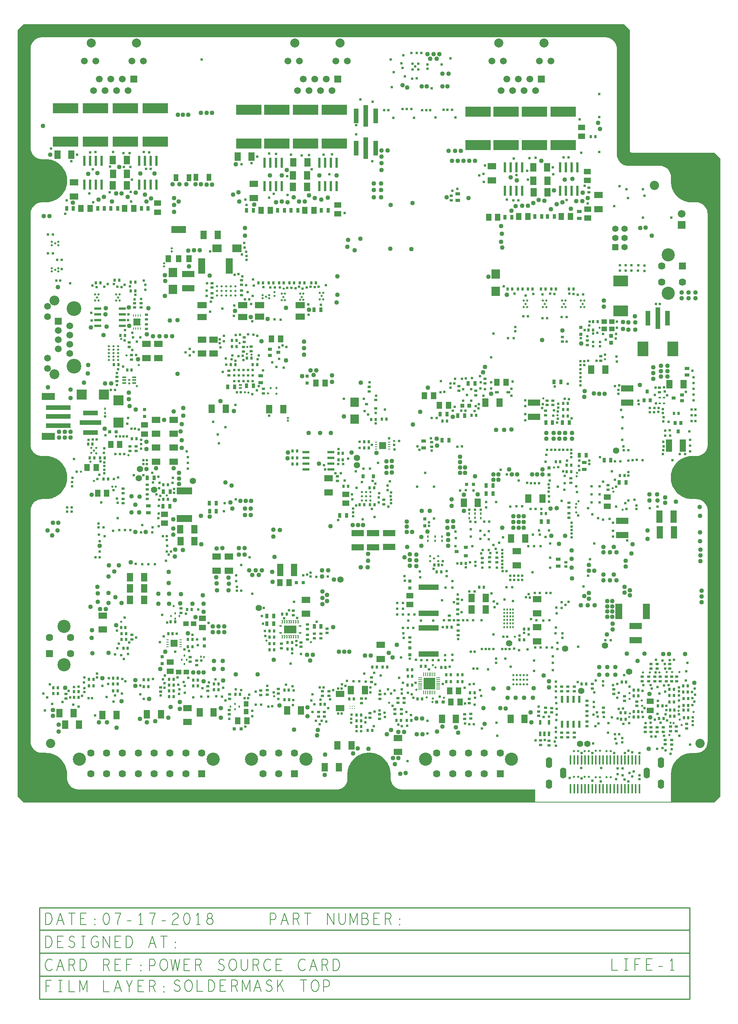
<source format=gbr>
G04 CAM350 V10.0.1 (Build 314) Date:  Tue Jul 17 14:42:51 2018 *
G04 Database: D:\LGR\2018\JULY\REL50470_POWER SOURCE BOARD\REL50470_FINAL.cam *
G04 Layer 2: SMPR *
%FSLAX25Y25*%
%MOIN*%
%SFA1.000B1.000*%

%MIA0B0*%
%IPPOS*%
%AMrect15x29xr5*
4,1,56,-0.00767,0.00984,-0.00764,0.01041,-0.00754,0.01097,-0.00737,0.01152,-0.00713,0.01204,-0.00684,0.01253,-0.00649,0.01297,-0.00608,0.01338,-0.00564,0.01373,-0.00515,0.01402,-0.00463,0.01426,-0.00408,0.01443,-0.00352,0.01453,-0.00295,0.01456,0.00295,0.01456,0.00352,0.01453,0.00408,0.01443,0.00463,0.01426,0.00515,0.01402,0.00564,0.01373,0.00608,0.01338,0.00649,0.01297,0.00684,0.01253,0.00713,0.01204,0.00737,0.01152,0.00754,0.01097,0.00764,0.01041,0.00767,0.00984,0.00767,-0.00984,0.00764,-0.01041,0.00754,-0.01097,0.00737,-0.01152,0.00713,-0.01204,0.00684,-0.01253,0.00649,-0.01297,0.00608,-0.01338,0.00564,-0.01373,0.00515,-0.01402,0.00463,-0.01426,0.00408,-0.01443,0.00352,-0.01453,0.00295,-0.01456,-0.00295,-0.01456,-0.00352,-0.01453,-0.00408,-0.01443,-0.00463,-0.01426,-0.00515,-0.01402,-0.00564,-0.01373,-0.00608,-0.01338,-0.00649,-0.01297,-0.00684,-0.01253,-0.00713,-0.01204,-0.00737,-0.01152,-0.00754,-0.01097,-0.00764,-0.01041,-0.00767,-0.00984,-0.00767,0.00984,0.00000*
%
%AMrect29x15xr5*
4,1,56,-0.01456,0.00295,-0.01453,0.00352,-0.01443,0.00408,-0.01426,0.00463,-0.01402,0.00515,-0.01373,0.00564,-0.01338,0.00608,-0.01297,0.00649,-0.01253,0.00684,-0.01204,0.00713,-0.01152,0.00737,-0.01097,0.00754,-0.01041,0.00764,-0.00984,0.00767,0.00984,0.00767,0.01041,0.00764,0.01097,0.00754,0.01152,0.00737,0.01204,0.00713,0.01253,0.00684,0.01297,0.00649,0.01338,0.00608,0.01373,0.00564,0.01402,0.00515,0.01426,0.00463,0.01443,0.00408,0.01453,0.00352,0.01456,0.00295,0.01456,-0.00295,0.01453,-0.00352,0.01443,-0.00408,0.01426,-0.00463,0.01402,-0.00515,0.01373,-0.00564,0.01338,-0.00608,0.01297,-0.00649,0.01253,-0.00684,0.01204,-0.00713,0.01152,-0.00737,0.01097,-0.00754,0.01041,-0.00764,0.00984,-0.00767,-0.00984,-0.00767,-0.01041,-0.00764,-0.01097,-0.00754,-0.01152,-0.00737,-0.01204,-0.00713,-0.01253,-0.00684,-0.01297,-0.00649,-0.01338,-0.00608,-0.01373,-0.00564,-0.01402,-0.00515,-0.01426,-0.00463,-0.01443,-0.00408,-0.01453,-0.00352,-0.01456,-0.00295,-0.01456,0.00295,0.00000*
%
%ADD10C,0.00600*%
%ADD12C,0.01000*%
%ADD18R,0.04528X0.04331*%
%ADD19R,0.02400X0.03000*%
%ADD70R,0.03000X0.02400*%
%ADD71R,0.02362X0.04331*%
%ADD20R,0.07600X0.08000*%
%ADD21R,0.05100X0.05900*%
%ADD22R,0.05500X0.07500*%
%ADD23R,0.01890X0.01575*%
%ADD24R,0.02362X0.05984*%
%ADD25R,0.03347X0.00787*%
%ADD26R,0.00787X0.03347*%
%ADD27R,0.03100X0.03100*%
%ADD29R,0.05984X0.02362*%
%ADD72R,0.02800X0.04300*%
%ADD73R,0.05900X0.05100*%
%ADD30R,0.11000X0.05500*%
%ADD32R,0.01575X0.01890*%
%ADD33R,0.03543X0.02756*%
%ADD34R,0.03937X0.05906*%
%ADD35R,0.05500X0.11000*%
%ADD36R,0.05900X0.13800*%
%ADD37R,0.01575X0.08268*%
%ADD38R,0.07500X0.05500*%
%ADD39R,0.02000X0.08700*%
%ADD40R,0.22047X0.09055*%
%ADD41R,0.04016X0.12520*%
%ADD43R,0.08071X0.05709*%
%ADD45R,0.02756X0.03543*%
%ADD46C,0.00945*%
%ADD47R,0.04300X0.02800*%
%ADD48R,0.13800X0.05900*%
%ADD49R,0.00984X0.02461*%
%ADD50R,0.02461X0.00984*%
%ADD51R,0.03543X0.03150*%
%ADD52R,0.08268X0.07087*%
%ADD53R,0.04724X0.06299*%
%ADD54R,0.04331X0.04528*%
%ADD55R,0.17717X0.05118*%
%ADD57R,0.03150X0.03543*%
%ADD59R,0.03543X0.01968*%
%ADD60R,0.12992X0.06299*%
%ADD61R,0.03543X0.03740*%
%ADD62R,0.21654X0.03937*%
%ADD63R,0.08504X0.08898*%
%ADD64R,0.09449X0.12992*%
%ADD65R,0.12520X0.04016*%
%ADD66R,0.08898X0.08504*%
%ADD67R,0.03740X0.03543*%
%ADD68R,0.02756X0.01575*%
%ADD69R,0.12992X0.09449*%
%ADD74R,0.04488X0.19016*%
%ADD75R,0.19016X0.04488*%
%ADD76R,0.11811X0.06299*%
%ADD77C,0.04000*%
%ADD78C,0.05512*%
%ADD79C,0.06378*%
%ADD80R,0.06378X0.06378*%
%ADD81C,0.02400*%
%ADD82C,0.29500*%
%ADD83C,0.02000*%
%ADD84C,0.05600*%
%ADD85R,0.03543X0.01575*%
%ADD86C,0.11417*%
%ADD87rect15x29xr5*%
%ADD88C,0.05906*%
%ADD89C,0.05866*%
%ADD90R,0.05866X0.05866*%
%ADD91rect29x15xr5*%
%ADD92R,0.06102X0.02362*%
%ADD93R,0.05512X0.05512*%
%ADD94R,0.02362X0.02362*%
%ADD95R,0.05906X0.05906*%
%ADD96R,0.02756X0.02362*%
%ADD97C,0.06700*%
%ADD98R,0.10630X0.06693*%
%ADD99C,0.01800*%
%ADD100R,0.10433X0.10433*%
%ADD101R,0.06299X0.06299*%
%ADD102R,0.06700X0.06700*%
%ADD103O,0.05512X0.08268*%
%ADD104O,0.05512X0.09449*%
%ADD105C,0.08543*%
%ADD106C,0.07874*%
%ADD107C,0.12795*%
%ADD108C,0.08000*%
%LNSMPR*%
%LPD*%
G36*
X0Y5000D02*
G01Y670110D01*
X5000Y675110*
X526657*
X531657Y670110*
Y565448*
X531712Y565135*
X531814Y564834*
X531959Y564551*
X532145Y564294*
X532399Y564040*
X532727Y563837*
X533085Y563692*
X533463Y563610*
X605551*
X610551Y558610*
Y5000*
X605551Y0*
X567850*
Y16750*
X567800Y16800*
Y24100*
X567837Y25272*
X567948Y26439*
X568132Y27597*
X568388Y28741*
X568717Y29867*
X569115Y30969*
X569582Y32045*
X570116Y33089*
X570715Y34097*
X571376Y35065*
X572097Y35990*
X572874Y36868*
X573705Y37694*
X574587Y38467*
X575516Y39183*
X576488Y39839*
X577499Y40432*
X578546Y40960*
X579624Y41422*
X580728Y41814*
X581856Y42137*
X583001Y42387*
X584160Y42565*
X585328Y42669*
X586500Y42700*
X589800*
X590649Y42737*
X591491Y42847*
X592320Y43030*
X593131Y43283*
X593917Y43606*
X594671Y43996*
X595389Y44450*
X596065Y44964*
X596694Y45535*
X597272Y46158*
X597793Y46829*
X598254Y47542*
X598651Y48293*
X598982Y49075*
X599245Y49883*
X599436Y50711*
X599554Y51552*
X599600Y52400*
Y254100*
X599472Y254953*
X599271Y255793*
X598999Y256612*
X598657Y257404*
X598248Y258164*
X597776Y258886*
X597243Y259565*
X596653Y260195*
X596012Y260772*
X595323Y261292*
X594592Y261750*
X593824Y262144*
X593025Y262471*
X592201Y262727*
X591358Y262912*
X590502Y263023*
X589640Y263060*
X586350*
X585150Y263100*
X583954Y263218*
X582769Y263411*
X581599Y263680*
X580448Y264023*
X579321Y264440*
X578224Y264927*
X577160Y265484*
X576133Y266108*
X575149Y266797*
X574211Y267547*
X573323Y268355*
X572489Y269219*
X571711Y270134*
X570994Y271098*
X570340Y272105*
X569752Y273152*
X569232Y274235*
X568782Y275348*
X568405Y276489*
X568101Y277651*
X567873Y278830*
X567720Y280021*
X567644Y281219*
X567645Y282420*
X567723Y283619*
X567877Y284810*
X568108Y285989*
X568413Y287150*
X568792Y288290*
X569244Y289403*
X569766Y290485*
X570355Y291531*
X571011Y292537*
X571730Y293499*
X572509Y294413*
X573345Y295276*
X574234Y296083*
X575173Y296831*
X576159Y297518*
X577186Y298140*
X578251Y298696*
X579349Y299181*
X580476Y299596*
X581628Y299938*
X582799Y300205*
X583984Y300396*
X585180Y300512*
X586380Y300550*
X589990*
X590822Y300586*
X591648Y300693*
X592462Y300871*
X593257Y301119*
X594028Y301434*
X594769Y301814*
X595474Y302257*
X596139Y302759*
X596758Y303316*
X597327Y303925*
X597841Y304580*
X598297Y305277*
X598692Y306011*
X599021Y306776*
X599284Y307566*
X599477Y308376*
X599600Y309200*
Y510800*
X599562Y511680*
X599447Y512554*
X599256Y513414*
X598991Y514254*
X598654Y515068*
X598247Y515850*
X597773Y516593*
X597237Y517292*
X596642Y517942*
X595992Y518537*
X595293Y519073*
X594550Y519547*
X593768Y519954*
X592954Y520291*
X592114Y520556*
X591254Y520747*
X590380Y520862*
X589500Y520900*
X585500*
X584342Y520938*
X583190Y521051*
X582047Y521240*
X580919Y521503*
X579811Y521839*
X578727Y522247*
X577671Y522725*
X576650Y523271*
X575666Y523883*
X574725Y524558*
X573830Y525292*
X572984Y526084*
X572192Y526930*
X571458Y527825*
X570783Y528766*
X570171Y529750*
X569625Y530771*
X569147Y531827*
X568739Y532911*
X568403Y534019*
X568140Y535147*
X567951Y536290*
X567838Y537442*
X567800Y538600*
Y542800*
X567763Y543654*
X567651Y544502*
X567466Y545336*
X567209Y546152*
X566882Y546942*
X566487Y547700*
X566028Y548421*
X565507Y549099*
X564930Y549730*
X564299Y550307*
X563621Y550828*
X562900Y551287*
X562142Y551682*
X561352Y552009*
X560536Y552266*
X559702Y552451*
X558854Y552563*
X558000Y552600*
X530300*
X529450Y552679*
X528610Y552830*
X527785Y553051*
X526982Y553341*
X526206Y553697*
X525463Y554118*
X524758Y554600*
X524097Y555139*
X523483Y555733*
X522921Y556376*
X522416Y557064*
X521971Y557792*
X521588Y558556*
X521271Y559349*
X521023Y560165*
X520844Y561000*
X520736Y561847*
X520700Y562700*
Y654800*
X520591Y655681*
X520405Y656549*
X520143Y657397*
X519808Y658219*
X519402Y659008*
X518928Y659759*
X518390Y660465*
X517793Y661122*
X517140Y661723*
X516436Y662265*
X515688Y662742*
X514901Y663153*
X514081Y663492*
X513234Y663759*
X512367Y663950*
X511487Y664064*
X510600Y664100*
X20800*
X19957Y664064*
X19120Y663955*
X18295Y663774*
X17489Y663524*
X16707Y663205*
X15956Y662820*
X15241Y662371*
X14567Y661863*
X13939Y661299*
X13362Y660682*
X12841Y660019*
X12378Y659313*
X11978Y658570*
X11643Y657795*
X11376Y656994*
X11179Y656173*
X11053Y655338*
X11000Y654496*
Y568290*
X11039Y567408*
X11156Y566534*
X11350Y565673*
X11620Y564832*
X11963Y564019*
X12377Y563240*
X12858Y562500*
X13403Y561806*
X14008Y561162*
X14667Y560575*
X15375Y560049*
X16127Y559587*
X16918Y559194*
X17739Y558873*
X18587Y558625*
X19452Y558454*
X20330Y558360*
X24180*
X25381Y558321*
X26577Y558206*
X27763Y558014*
X28935Y557747*
X30087Y557405*
X31214Y556990*
X32313Y556504*
X33379Y555948*
X34406Y555325*
X35392Y554637*
X36331Y553888*
X37221Y553080*
X38057Y552217*
X38835Y551302*
X39554Y550339*
X40210Y549332*
X40799Y548285*
X41321Y547203*
X41772Y546089*
X42150Y544948*
X42455Y543786*
X42685Y542607*
X42838Y541415*
X42915Y540216*
Y539014*
X42838Y537815*
X42685Y536623*
X42455Y535444*
X42150Y534282*
X41772Y533141*
X41321Y532027*
X40799Y530945*
X40210Y529898*
X39554Y528891*
X38835Y527928*
X38057Y527013*
X37221Y526150*
X36331Y525342*
X35392Y524593*
X34406Y523905*
X33379Y523282*
X32313Y522726*
X31214Y522240*
X30087Y521825*
X28935Y521483*
X27763Y521216*
X26577Y521024*
X25381Y520909*
X24180Y520870*
X24170Y520860*
X20960*
X20099Y520823*
X19245Y520711*
X18403Y520526*
X17581Y520269*
X16783Y519942*
X16017Y519547*
X15288Y519088*
X14602Y518567*
X13963Y517989*
X13376Y517357*
X12847Y516678*
X12378Y515955*
X11973Y515194*
X11635Y514401*
X11367Y513582*
X11171Y512743*
X11049Y511890*
X11000Y511030*
Y310470*
X11036Y309624*
X11144Y308784*
X11323Y307957*
X11573Y307147*
X11890Y306362*
X12273Y305607*
X12719Y304887*
X13224Y304208*
X13786Y303575*
X14400Y302991*
X15061Y302462*
X15765Y301991*
X16506Y301582*
X17279Y301238*
X18080Y300961*
X18900Y300753*
X19736Y300616*
X20580Y300550*
X24160*
X25360Y300512*
X26555Y300396*
X27740Y300205*
X28910Y299938*
X30061Y299597*
X31188Y299183*
X32285Y298697*
X33350Y298143*
X34377Y297521*
X35362Y296835*
X36301Y296087*
X37190Y295281*
X38026Y294419*
X38805Y293506*
X39524Y292544*
X40180Y291539*
X40770Y290494*
X41292Y289413*
X41744Y288301*
X42123Y287162*
X42429Y286001*
X42660Y284823*
X42816Y283633*
X42894Y282435*
X42896Y281235*
X42821Y280037*
X42670Y278846*
X42443Y277667*
X42140Y276506*
X41764Y275366*
X41316Y274252*
X40797Y273169*
X40211Y272122*
X39558Y271115*
X38842Y270151*
X38066Y269235*
X37233Y268371*
X36346Y267562*
X35410Y266811*
X34427Y266122*
X33402Y265497*
X32339Y264939*
X31243Y264450*
X30118Y264032*
X28968Y263687*
X27799Y263416*
X26614Y263221*
X25420Y263102*
X24220Y263060*
X20920*
X20055Y263021*
X19196Y262906*
X18351Y262717*
X17526Y262455*
X16726Y262123*
X15958Y261722*
X15229Y261255*
X14542Y260727*
X13904Y260142*
X13320Y259503*
X12793Y258815*
X12328Y258084*
X11929Y257316*
X11598Y256516*
X11338Y255689*
X11151Y254844*
X11038Y253985*
X11000Y253120*
Y51451*
X11164Y50608*
X11397Y49781*
X11699Y48976*
X12067Y48200*
X12498Y47456*
X12990Y46752*
X13539Y46091*
X14142Y45478*
X14793Y44918*
X15489Y44414*
X16225Y43970*
X16995Y43589*
X17794Y43273*
X18617Y43025*
X19457Y42847*
X20310Y42740*
X23990*
X25167Y42703*
X26340Y42592*
X27503Y42408*
X28653Y42151*
X29784Y41822*
X30892Y41423*
X31973Y40956*
X33023Y40421*
X34037Y39821*
X35011Y39159*
X35942Y38437*
X36825Y37658*
X37658Y36825*
X38437Y35942*
X39159Y35011*
X39821Y34037*
X40421Y33023*
X40956Y31973*
X41423Y30892*
X41822Y29784*
X42151Y28653*
X42408Y27503*
X42592Y26340*
X42703Y25167*
X42740Y23990*
Y21040*
X42779Y20150*
X42897Y19268*
X43093Y18399*
X43364Y17551*
X43710Y16730*
X44126Y15943*
X44611Y15196*
X45160Y14495*
X45768Y13845*
X46432Y13251*
X47146Y12719*
X47903Y12251*
X48700Y11852*
X49528Y11526*
X50382Y11274*
X51255Y11098*
X52140Y11000*
X277310*
X278136Y11037*
X278955Y11148*
X279762Y11332*
X280548Y11587*
X281308Y11912*
X282037Y12304*
X282727Y12759*
X283374Y13274*
X283971Y13846*
X284516Y14468*
X285002Y15137*
X285426Y15847*
X285786Y16591*
X286077Y17365*
X286297Y18162*
X286445Y18976*
X286520Y19799*
Y24170*
X286559Y25371*
X286674Y26568*
X286866Y27754*
X287133Y28926*
X287475Y30078*
X287890Y31206*
X288377Y32305*
X288933Y33371*
X289556Y34399*
X290243Y35385*
X290993Y36324*
X291801Y37214*
X292664Y38050*
X293580Y38829*
X294543Y39548*
X295550Y40204*
X296597Y40794*
X297680Y41315*
X298794Y41766*
X299935Y42145*
X301098Y42450*
X302278Y42680*
X303470Y42833*
X304669Y42910*
X305871*
X307070Y42833*
X308262Y42680*
X309442Y42450*
X310605Y42145*
X311746Y41766*
X312860Y41315*
X313943Y40794*
X314990Y40204*
X315997Y39548*
X316960Y38829*
X317876Y38050*
X318739Y37214*
X319547Y36324*
X320297Y35385*
X320984Y34399*
X321607Y33371*
X322163Y32305*
X322650Y31206*
X323065Y30078*
X323407Y28926*
X323674Y27754*
X323866Y26568*
X323981Y25371*
X324020Y24170*
Y21000*
X324058Y20128*
X324171Y19263*
X324360Y18411*
X324621Y17578*
X324954Y16771*
X325355Y15996*
X325823Y15259*
X326352Y14565*
X326940Y13920*
X327581Y13328*
X328272Y12795*
X329006Y12323*
X329779Y11916*
X330583Y11579*
X331414Y11312*
X332265Y11119*
X333130Y11000*
X449800*
Y0*
X5000*
X0Y5000*
G37*
G54D18*
X509854Y417200D03*
Y410800D03*
G54D19*
X504069Y417200D03*
G54D70*
X461700Y49231D03*
X464100Y77731D03*
G54D71*
X461640Y69318D03*
G54D70*
X458600Y77831D03*
G54D20*
X415500Y458500D03*
G54D21*
X424437Y364500D03*
G54D22*
X279102Y30200D03*
G54D19*
X570531Y337700D03*
G54D23*
X561790Y351100D03*
Y346100D03*
G54D70*
X568400Y50031D03*
X557900Y356031D03*
G54D23*
X558010Y351100D03*
G54D19*
X570869Y80000D03*
G54D70*
X568400Y53969D03*
G54D71*
X454160Y59082D03*
G54D70*
X454300Y53469D03*
G54D19*
X347431Y89700D03*
G54D84*
X489600Y96600D03*
G54D24*
X483100Y89287D03*
G54D19*
X524931Y104100D03*
G54D24*
X473100Y67713D03*
G54D70*
X472600Y60269D03*
G54D24*
X483100Y67713D03*
G54D70*
X483700Y60269D03*
G54D24*
X478100Y67713D03*
G54D70*
Y60269D03*
G54D24*
Y89287D03*
G54D70*
X464100Y81669D03*
X478100Y96131D03*
X483600D03*
G54D84*
X531500Y113300D03*
G54D24*
X488100Y89287D03*
G54D25*
X349824Y99850D03*
Y101425D03*
Y106150D03*
G54D19*
X342769Y101400D03*
G54D26*
X352876Y95224D03*
G54D25*
X349824Y98276D03*
Y107724D03*
G54D19*
X342869Y109200D03*
G54D26*
X352876Y110776D03*
G54D19*
X342769Y114800D03*
G54D26*
X354450Y110776D03*
G54D19*
X354369Y117900D03*
G54D26*
X362324Y110776D03*
G54D19*
X367931Y116900D03*
G54D25*
X365376Y107724D03*
G54D19*
X372431Y110700D03*
G54D25*
X365376Y106150D03*
G54D19*
X382531Y110700D03*
G54D25*
X365376Y104575D03*
G54D19*
X372431Y104600D03*
G54D71*
X461640Y59082D03*
G54D70*
X461700Y53169D03*
G54D27*
X489300Y412253D03*
Y406347D03*
G54D26*
X354450Y95224D03*
G54D19*
X351369Y89700D03*
G54D26*
X359175Y95224D03*
Y110776D03*
G54D70*
X545500Y61031D03*
G54D19*
X98869Y375100D03*
G54D85*
X100931Y368959D03*
G54D19*
X94931Y375100D03*
G54D70*
X98800Y384331D03*
G54D85*
X100931Y366400D03*
G54D70*
X97300Y308919D03*
X102800Y304981D03*
G54D26*
X360750Y110776D03*
G54D70*
X527500Y91969D03*
G54D21*
X383137Y96400D03*
X384337Y87000D03*
G54D25*
X365376Y99850D03*
G54D19*
X382431Y104600D03*
G54D25*
X365376Y98276D03*
G54D21*
X375263Y96400D03*
G54D26*
X362324Y95224D03*
G54D21*
X376463Y87000D03*
G54D27*
X363947D03*
G54D26*
X360750Y95224D03*
G54D27*
X369853Y87000D03*
G54D19*
X556452Y83463D03*
X578852Y83963D03*
X582469Y95400D03*
G54D70*
X545500Y64969D03*
G54D29*
X250349Y303827D03*
G54D19*
X242687Y304848D03*
G54D29*
X271924Y298827D03*
G54D19*
X278613Y297352D03*
G54D29*
X250349Y298827D03*
G54D19*
X242587Y299048D03*
G54D29*
X250349Y293827D03*
G54D19*
X242587Y293548D03*
G54D72*
X285818Y249033D03*
G54D27*
X340600Y185847D03*
G54D73*
X340900Y179337D03*
G54D27*
Y133953D03*
G54D70*
Y139031D03*
G54D27*
X353900Y240047D03*
X242047Y190500D03*
G54D21*
X235737D03*
G54D27*
X110000Y335047D03*
G54D73*
Y327437D03*
G54D27*
X390047Y276000D03*
X251500Y364047D03*
G54D21*
X259063Y364000D03*
G54D27*
X461800Y290153D03*
G54D70*
X473500Y399831D03*
G54D30*
X308866Y233436D03*
X295334Y233569D03*
X322834Y233669D03*
G54D87*
X243490Y143504D03*
X235616Y156496D03*
X239553Y143504D03*
G54D19*
X52734Y90791D03*
X30797Y94291D03*
Y99291D03*
X48797Y95791D03*
G54D72*
X473557Y329407D03*
G54D70*
X410000Y212469D03*
G54D19*
X474031Y335200D03*
G54D70*
X465100Y344731D03*
G54D32*
X397400Y246810D03*
G54D19*
X477948Y346260D03*
X477969Y335200D03*
G54D72*
X464853Y329500D03*
G54D70*
X458900Y339769D03*
G54D19*
X578931Y73300D03*
G54D72*
X374600Y314100D03*
G54D32*
X392300Y250490D03*
X397400Y250590D03*
X402500Y250390D03*
G54D19*
X364231Y200000D03*
X361931Y205800D03*
G54D32*
X356400Y226810D03*
X368600D03*
X362700D03*
G54D33*
X570000Y351000D03*
G54D22*
X578602Y363000D03*
G54D70*
X495000Y396831D03*
X398000Y357169D03*
G54D21*
X361437Y353000D03*
G54D34*
X137491Y542300D03*
X166009Y542400D03*
X148909Y542300D03*
G54D72*
X80761Y515500D03*
X48167D03*
G54D34*
X154591Y542400D03*
G54D72*
X107261Y515500D03*
X75167D03*
G54D22*
X48302Y77300D03*
X53202Y67200D03*
G54D19*
X34734Y99291D03*
G54D22*
X277732Y49109D03*
G54D70*
X264800Y92231D03*
X266291Y74266D03*
X261291D03*
X264800Y96169D03*
X270300D03*
G54D84*
X427100Y137900D03*
G54D87*
X229710Y156496D03*
G54D19*
X229679Y163200D03*
G54D70*
X251900Y154069D03*
X479100Y246931D03*
G54D35*
X558098Y234300D03*
G54D30*
X537100Y152802D03*
G54D35*
X557898Y248000D03*
G54D70*
X479100Y255831D03*
G54D36*
X546508Y165400D03*
G54D37*
X521445Y36500D03*
G54D19*
X67746Y451000D03*
X213093Y450911D03*
X227156D03*
X222093D03*
X84131Y453100D03*
X98037Y451500D03*
Y444000D03*
G54D22*
X460202Y551100D03*
G54D38*
X412200Y552107D03*
G54D22*
X46480Y562202D03*
X94782Y557522D03*
X82568Y535622D03*
X94802Y545600D03*
G54D19*
X429719Y445632D03*
X434782D03*
X478982D03*
G54D39*
X214424Y534861D03*
Y555361D03*
G54D40*
X200624Y571944D03*
G54D70*
X550500Y61031D03*
G54D37*
X534043Y11697D03*
G54D70*
X550500Y64969D03*
G54D37*
X530894Y11697D03*
G54D39*
X120277Y536350D03*
Y556850D03*
G54D40*
X119477Y573433D03*
G54D37*
X511996Y11697D03*
G54D19*
X447419Y445632D03*
X458619D03*
X463882D03*
G54D37*
X515146Y11697D03*
Y36500D03*
X505697Y11697D03*
X511996Y36500D03*
X502547Y11697D03*
X505697Y36500D03*
X496248Y11697D03*
X502547Y36500D03*
X493098Y11697D03*
X496248Y36500D03*
X486799Y11697D03*
X493098Y36500D03*
X483650Y11697D03*
X486799Y36500D03*
G54D19*
X245056Y450911D03*
X255056D03*
X239993D03*
G54D41*
X293996Y568000D03*
G54D37*
X521445Y11697D03*
G54D41*
X293996Y596000D03*
G54D37*
X524594Y11697D03*
X483650Y36500D03*
G54D22*
X239151Y534111D03*
X239245Y544111D03*
X203127Y560713D03*
G54D37*
X524594Y36500D03*
G54D22*
X428329Y72300D03*
G54D70*
X393600Y76469D03*
X460000Y344731D03*
X567321Y65431D03*
X388400Y72231D03*
X392300Y89669D03*
X393600Y72531D03*
G54D91*
X245065Y147047D03*
G54D70*
X246100Y138669D03*
G54D19*
X528269Y72000D03*
X535352Y73963D03*
X527969Y77500D03*
G54D43*
X245516Y421502D03*
G54D19*
X539289Y78463D03*
G54D70*
X563821Y104994D03*
X555821Y119931D03*
G54D19*
X94033Y141150D03*
G54D70*
X226300Y98069D03*
X164965Y100459D03*
G54D19*
X266869Y84900D03*
X539289Y92363D03*
G54D70*
X41765Y93759D03*
G54D19*
X321069Y117200D03*
G54D70*
X333375Y80480D03*
X550321Y119931D03*
X563821Y108931D03*
G54D19*
X582789Y89963D03*
X582869Y73300D03*
X317131Y117200D03*
X312169Y117300D03*
G54D43*
X195416Y431498D03*
X159984D03*
G54D19*
X570889Y74463D03*
X86769Y96500D03*
G54D70*
X572821Y104994D03*
X124000Y99669D03*
G54D19*
X561289Y72463D03*
X535352Y78463D03*
G54D92*
X90840Y423511D03*
G54D38*
X73900Y149798D03*
G54D19*
X89596Y151650D03*
X524031Y77500D03*
G54D92*
X90840Y418511D03*
G54D19*
X304031Y62200D03*
G54D38*
X330500Y43498D03*
G54D70*
X306159Y73383D03*
G54D19*
X524331Y72000D03*
X539289Y73963D03*
X294531Y75700D03*
G54D70*
X581400Y67769D03*
G54D45*
X547100Y356436D03*
G54D32*
X402500Y246610D03*
G54D38*
X279984Y81645D03*
G54D46*
X290669Y81097D03*
X288701D03*
G54D70*
X542821Y108931D03*
G54D19*
X477942Y340740D03*
X135269Y96500D03*
G54D32*
X392300Y246710D03*
G54D43*
X210084Y421502D03*
G54D19*
X350431Y117900D03*
X189191Y93534D03*
G54D70*
X184159Y93503D03*
G54D19*
X135269Y91500D03*
G54D70*
X562821Y50094D03*
X112400Y267169D03*
Y271531D03*
G54D19*
X371869Y116900D03*
G54D70*
X155300Y122969D03*
X149900Y125969D03*
X548321Y108931D03*
G54D73*
X127500Y249937D03*
G54D19*
X130468Y275700D03*
G54D72*
X132353Y269600D03*
G54D19*
X376369Y110700D03*
G54D70*
X141800Y168169D03*
G54D19*
X147031Y167200D03*
X338831Y114800D03*
X126431Y262900D03*
G54D47*
X113400Y257153D03*
G54D19*
X376369Y104600D03*
X444069Y150300D03*
G54D70*
X550321Y115994D03*
G54D19*
X291969Y89400D03*
G54D46*
X292638Y83066D03*
G54D70*
X298800Y89969D03*
G54D19*
X386469Y110700D03*
X386369Y104600D03*
G54D84*
X152000Y279000D03*
G54D72*
X132153Y256900D03*
G54D48*
X144800Y270308D03*
G54D72*
X166647Y252600D03*
X166547Y259550D03*
G54D22*
X97398Y195100D03*
Y185600D03*
Y175700D03*
G54D84*
X488900Y50600D03*
G54D70*
X581400Y63831D03*
G54D37*
X534043Y36500D03*
G54D70*
X91300Y263368D03*
G54D22*
X233929Y79500D03*
G54D70*
X211200Y93031D03*
X562821Y54031D03*
G54D26*
X356025Y95224D03*
G54D19*
X566452Y92463D03*
G54D84*
X294700Y292602D03*
G54D29*
X271924Y288827D03*
G54D49*
X100547Y411339D03*
G54D50*
X141308Y135030D03*
X322661Y306547D03*
G54D85*
X100931Y363841D03*
G54D70*
X216700Y93131D03*
G54D19*
X499969Y410000D03*
X557352Y72463D03*
G54D84*
X104932Y281227D03*
G54D72*
X112347Y281650D03*
X172453Y259550D03*
G54D84*
X118300Y271300D03*
X495200Y50500D03*
G54D19*
X566952Y74463D03*
G54D37*
X530894Y36500D03*
G54D72*
X172553Y252600D03*
G54D26*
X357600Y95224D03*
G54D19*
X566452Y97963D03*
G54D84*
X294600Y299002D03*
G54D29*
X271924Y293827D03*
G54D19*
X147831Y134800D03*
G54D49*
X102516Y411339D03*
G54D50*
X141308Y136998D03*
X322661Y308516D03*
G54D85*
X92269Y363841D03*
G54D70*
X91300Y272268D03*
G54D19*
X389469Y207300D03*
X539289Y97363D03*
G54D51*
X389341Y213760D03*
G54D72*
X126447Y269600D03*
G54D19*
X78368Y280600D03*
X582789Y83963D03*
G54D70*
X567321Y61494D03*
X568321Y108931D03*
G54D21*
X77137Y268100D03*
G54D70*
X572821Y108931D03*
G54D19*
X578852Y89963D03*
G54D72*
X126247Y256900D03*
G54D19*
X535352Y92363D03*
G54D22*
X141298Y226700D03*
X141198Y236900D03*
G54D48*
X144800Y246292D03*
G54D19*
X338931Y109200D03*
G54D70*
X307400Y108069D03*
G54D19*
X570389Y92463D03*
G54D70*
X572321Y61494D03*
X112400Y275469D03*
G54D19*
X126531Y275700D03*
X560389Y83463D03*
G54D70*
X330566Y90116D03*
X568321Y104994D03*
X335683Y90116D03*
G54D92*
X69581Y423511D03*
G54D70*
X314600Y89531D03*
G54D22*
X173602Y492500D03*
G54D52*
X172939Y481000D03*
G54D92*
X69581Y418511D03*
G54D22*
X368594Y72102D03*
G54D70*
X327875Y80480D03*
X168600Y441969D03*
G54D19*
X329198Y70917D03*
G54D70*
X333375Y76543D03*
G54D36*
X183627Y465559D03*
G54D19*
X333135Y70917D03*
G54D70*
X327875Y76543D03*
G54D84*
X475800Y133379D03*
G54D38*
X451500Y163998D03*
Y151802D03*
G54D19*
X440050Y140860D03*
X440131Y150300D03*
X578531Y95400D03*
X151669Y141200D03*
G54D49*
X104484Y411339D03*
G54D50*
X141308Y138967D03*
X322661Y310484D03*
G54D19*
X570389Y97963D03*
G54D70*
X194300Y449231D03*
G54D19*
X156334Y105991D03*
G54D38*
X147400Y69498D03*
G54D22*
X157932Y77809D03*
G54D43*
X159984Y421302D03*
X210084Y431698D03*
G54D70*
X168600Y446731D03*
X194300Y440331D03*
G54D92*
X69581Y428511D03*
G54D53*
X148755Y472002D03*
G54D70*
X555821Y115994D03*
X566821D03*
X194300Y444269D03*
G54D19*
X528869Y104100D03*
G54D54*
X198400Y78654D03*
G54D38*
X147400Y81702D03*
G54D19*
X156334Y100991D03*
G54D21*
X199096Y70534D03*
G54D53*
X130645Y472002D03*
G54D70*
X572321Y65431D03*
G54D30*
X148200Y446298D03*
G54D70*
X168600Y450669D03*
X194300Y453169D03*
X168600Y438031D03*
G54D20*
X134900Y445100D03*
G54D92*
X69581Y413511D03*
G54D22*
X73529Y75600D03*
G54D19*
X65769Y101000D03*
G54D18*
X139654Y113000D03*
G54D19*
X65769Y106500D03*
G54D73*
X132300Y113563D03*
G54D19*
X570389Y86963D03*
X199031Y385500D03*
X566452Y86963D03*
X393131Y95000D03*
X535352Y97363D03*
G54D70*
X517921Y93994D03*
X566821Y119931D03*
X96800Y395331D03*
G54D22*
X112229Y76300D03*
G54D19*
X113469Y100200D03*
G54D37*
X537193Y11697D03*
Y36500D03*
G54D70*
X508921Y81931D03*
G54D22*
X34275Y562202D03*
X82577Y557522D03*
G54D18*
X152846Y155000D03*
G54D19*
X109531Y106200D03*
G54D73*
X160500Y159437D03*
G54D19*
X170397Y102491D03*
X89231Y405300D03*
X174334Y97491D03*
X87369Y379800D03*
X305069Y313000D03*
G54D50*
X311539Y312453D03*
G54D19*
X305069Y307500D03*
G54D50*
X311539Y308516D03*
G54D70*
X111800Y423269D03*
G54D49*
X106453Y422461D03*
G54D54*
X198400Y85346D03*
G54D18*
X146346Y113000D03*
X146154Y155000D03*
G54D22*
X36098Y77300D03*
G54D19*
X34734Y94291D03*
G54D70*
X268900Y150669D03*
G54D19*
X150969Y167200D03*
G54D70*
X155300Y119031D03*
G54D19*
X193128Y93534D03*
G54D72*
X263506Y152700D03*
G54D19*
X130631Y146200D03*
G54D50*
X130186Y140935D03*
Y136998D03*
G54D70*
X101500Y429431D03*
G54D49*
X102516Y422461D03*
G54D50*
X130186Y138967D03*
G54D22*
X161398Y492500D03*
G54D50*
X311539Y310484D03*
G54D70*
X107000Y429431D03*
G54D49*
X104484Y422461D03*
G54D70*
X382800Y144931D03*
X340900Y142969D03*
G54D19*
X373031Y152000D03*
G54D70*
X388400Y76169D03*
G54D55*
X357083Y151333D03*
G54D18*
X516546Y417200D03*
G54D25*
X349824Y103000D03*
G54D26*
X356025Y110776D03*
G54D25*
X365376Y103000D03*
G54D71*
X454160Y69318D03*
G54D24*
X473100Y89287D03*
G54D29*
X271924Y303827D03*
G54D70*
X452900Y74731D03*
X472600Y96131D03*
X86200Y369369D03*
G54D19*
X278613Y302852D03*
G54D70*
X382400Y176269D03*
G54D19*
X189069Y379900D03*
G54D70*
X314500Y76069D03*
G54D19*
X90096Y146150D03*
X341965Y70902D03*
G54D70*
X496300Y533469D03*
G54D19*
X498031Y578000D03*
G54D70*
X538100Y87369D03*
X553821Y108931D03*
G54D19*
X582469Y100900D03*
X578852Y79963D03*
G54D70*
X555821Y60994D03*
X111800Y410831D03*
G54D19*
X493969Y102500D03*
G54D73*
X549821Y87400D03*
G54D22*
X289445Y97316D03*
G54D38*
X315400Y124198D03*
G54D70*
X478100Y100069D03*
Y56331D03*
X483700D03*
X527500Y88031D03*
G54D19*
X238650Y293548D03*
Y299048D03*
X282550Y297352D03*
G54D70*
X41765Y89822D03*
G54D19*
X48797Y90791D03*
G54D70*
X382387Y163256D03*
G54D19*
X401131Y186400D03*
X496031Y410000D03*
G54D70*
X266291Y78203D03*
G54D19*
X262931Y84900D03*
X474005Y340740D03*
G54D70*
X473500Y403769D03*
X246100Y134731D03*
G54D19*
X90096Y141150D03*
X298469Y65700D03*
X231731Y88900D03*
X231631Y97200D03*
G54D70*
X226300Y94131D03*
G54D19*
X170397Y97491D03*
G54D70*
X164965Y96522D03*
G54D19*
X82831Y96500D03*
X131331Y106500D03*
G54D70*
X124000Y95731D03*
G54D19*
X131331Y96500D03*
Y91500D03*
G54D70*
X306159Y77320D03*
G54D19*
X298469Y75700D03*
X202969Y385500D03*
G54D70*
X330566Y86179D03*
X335683D03*
X314600Y93469D03*
G54D19*
X288031Y89400D03*
X397069Y95000D03*
G54D70*
X111800Y419331D03*
G54D19*
X147731Y141200D03*
X151769Y134800D03*
G54D70*
X494900Y87769D03*
Y74831D03*
X499500Y102469D03*
G54D73*
X340900Y171463D03*
X490200Y578063D03*
X495100Y539763D03*
G54D55*
X357083Y163833D03*
G54D46*
X290669Y83066D03*
X288701D03*
G54D49*
X106453Y411339D03*
G54D50*
X141308Y140935D03*
X322661Y312453D03*
G54D92*
X90840Y413511D03*
G54D85*
X92269Y368959D03*
G54D70*
X542821Y104994D03*
X494900Y69769D03*
Y78769D03*
X548321Y104994D03*
X494900Y83831D03*
X499500Y98531D03*
X270300Y92231D03*
G54D38*
X172900Y213202D03*
X183500Y213102D03*
G54D70*
X558321Y108931D03*
X561221Y60994D03*
X359647Y308631D03*
G54D47*
X352782Y307641D03*
G54D19*
X365869Y205800D03*
G54D70*
X359647Y312569D03*
G54D72*
X368694Y314100D03*
G54D70*
X196800Y399631D03*
X196100Y395169D03*
G54D33*
X226536Y390500D03*
G54D70*
X213500Y358969D03*
G54D45*
X574000Y321760D03*
G54D47*
X492300Y294853D03*
G54D72*
X488047Y301100D03*
G54D22*
X566398Y363000D03*
G54D70*
X495000Y400769D03*
G54D19*
X109531Y100200D03*
X135269Y101500D03*
Y106500D03*
X235669Y88900D03*
G54D70*
X211200Y96969D03*
G54D19*
X113469Y106200D03*
X235569Y97200D03*
G54D70*
X216700Y97069D03*
G54D94*
X537631Y254700D03*
G54D70*
X479100Y250869D03*
G54D40*
X448984Y599567D03*
G54D21*
X443437Y508500D03*
G54D72*
X449547D03*
G54D40*
X474000Y599567D03*
G54D19*
X574469Y337700D03*
G54D45*
X576559Y329240D03*
G54D39*
X471500Y530750D03*
Y551250D03*
G54D40*
X448984Y570433D03*
G54D19*
X523531Y283700D03*
G54D72*
X522847Y277500D03*
G54D45*
X544541Y348955D03*
G54D72*
X460547Y508500D03*
G54D73*
X495100Y547637D03*
G54D19*
X297065Y258134D03*
G54D22*
X460502Y529700D03*
G54D39*
X476500Y530750D03*
G54D72*
X279913Y249033D03*
G54D21*
X220563Y402100D03*
G54D33*
X219055Y393059D03*
G54D19*
X527469Y283700D03*
G54D47*
X581800Y370747D03*
G54D33*
X577480Y348441D03*
G54D73*
X495500Y507063D03*
G54D47*
X488000Y507047D03*
G54D30*
X525400Y244102D03*
G54D35*
X565998Y309700D03*
G54D72*
X509647Y296800D03*
G54D19*
X102969Y315500D03*
G54D40*
X424468Y599567D03*
G54D21*
X472563Y508500D03*
G54D72*
X466453D03*
G54D39*
X423500Y530750D03*
Y551250D03*
G54D40*
X399953Y570433D03*
G54D47*
X488000Y512953D03*
G54D19*
X99031Y315500D03*
G54D70*
X102800Y308919D03*
G54D22*
X460349Y539711D03*
G54D39*
X433500Y551250D03*
G54D19*
X467631Y295500D03*
G54D70*
X479100Y259769D03*
G54D19*
X66369Y299000D03*
X71531D03*
X132800Y156400D03*
G54D73*
X512400Y256963D03*
G54D72*
X528753Y277500D03*
G54D94*
X528969Y254700D03*
G54D19*
X64869Y310900D03*
G54D27*
X85553Y321600D03*
G54D21*
X80663Y310700D03*
G54D73*
X160500Y151563D03*
G54D27*
X162200Y141453D03*
G54D72*
X455453Y508500D03*
G54D70*
X513000Y275269D03*
G54D19*
X481069Y292600D03*
G54D21*
X67937Y290500D03*
G54D70*
X480700Y281069D03*
G54D21*
X60063Y290500D03*
G54D19*
X305731Y272800D03*
G54D40*
X399953Y599567D03*
G54D84*
X520000Y305300D03*
G54D72*
X493953Y301100D03*
X515553Y296800D03*
G54D35*
X227998Y201500D03*
G54D73*
X285200Y259463D03*
G54D21*
X227863Y190500D03*
X417137Y508000D03*
G54D72*
X423547D03*
G54D19*
X481169Y286900D03*
G54D39*
X486500Y530750D03*
Y551250D03*
G54D40*
X474000Y570433D03*
G54D70*
X416500Y212269D03*
G54D21*
X266937Y364000D03*
G54D32*
X368600Y230590D03*
G54D21*
X435563Y508500D03*
X480437D03*
G54D73*
X495500Y514937D03*
G54D21*
X409263Y508000D03*
G54D38*
X504900Y514898D03*
G54D57*
X309228Y282900D03*
G54D70*
X317967Y258597D03*
G54D19*
X310034Y258133D03*
G54D39*
X433500Y530750D03*
X438500Y551250D03*
Y530750D03*
G54D40*
X424468Y570433D03*
G54D22*
X251356Y534111D03*
X251449Y544111D03*
X447998Y551100D03*
G54D38*
X412200Y539903D03*
G54D22*
X448145Y539711D03*
X448298Y529700D03*
X251602Y555500D03*
X406702Y167200D03*
G54D39*
X476500Y551250D03*
G54D38*
X120100Y307902D03*
X135400Y307802D03*
X135300Y319798D03*
X120100D03*
G54D73*
X110000Y319563D03*
G54D32*
X356400Y230590D03*
G54D72*
X429453Y508000D03*
G54D22*
X190922Y560713D03*
G54D73*
X490200Y585937D03*
G54D72*
X263453Y427500D03*
X466047Y364800D03*
G54D47*
X382300Y528353D03*
G54D19*
X152397Y105991D03*
G54D70*
X183659Y76066D03*
X383500Y357231D03*
G54D21*
X191222Y70534D03*
G54D27*
X188247Y63700D03*
G54D70*
X406000Y363531D03*
G54D19*
X152397Y100991D03*
G54D72*
X367047Y337000D03*
G54D70*
X383500Y361169D03*
G54D19*
X320269Y332400D03*
G54D96*
X310937Y341760D03*
G54D20*
X292798Y332450D03*
Y347250D03*
G54D21*
X374437Y344500D03*
X416563Y364500D03*
G54D70*
X305500Y356531D03*
G54D96*
X303063Y345500D03*
G54D59*
X426421Y356000D03*
G54D96*
X310937Y349240D03*
G54D23*
X558010Y346100D03*
G54D19*
X316331Y332400D03*
X310969Y332300D03*
G54D72*
X397453Y363700D03*
X407247Y274900D03*
G54D19*
X459069Y250700D03*
G54D70*
X476300Y208369D03*
G54D22*
X399802Y259800D03*
G54D38*
X122100Y397902D03*
X111900D03*
G54D72*
X471953Y364800D03*
G54D70*
X305500Y360469D03*
G54D72*
X391547Y363700D03*
X382547Y335500D03*
G54D30*
X148200Y458502D03*
G54D70*
X376800Y526469D03*
X398000Y353231D03*
G54D22*
X418602Y347000D03*
G54D70*
X406000Y367469D03*
G54D19*
X369016Y331000D03*
X398469Y336000D03*
G54D20*
X415500Y443700D03*
X134900Y459900D03*
G54D36*
X159611Y465559D03*
G54D21*
X366563Y344500D03*
X353563Y353000D03*
G54D60*
X139700Y497198D03*
G54D53*
Y472002D03*
G54D52*
X190261Y481000D03*
G54D59*
X416579Y356000D03*
G54D19*
X372953Y331000D03*
G54D72*
Y337000D03*
X388453Y335500D03*
G54D61*
X386547Y344200D03*
G54D22*
X406398Y347000D03*
G54D19*
X436113Y140860D03*
X204131Y379900D03*
G54D32*
X75716Y337930D03*
G54D38*
X170000Y389398D03*
X160000D03*
G54D22*
X406702Y177300D03*
G54D19*
X405069Y186400D03*
X455131Y250700D03*
G54D72*
Y243400D03*
G54D94*
X453169Y236000D03*
G54D70*
X382800Y148869D03*
G54D19*
X376969Y152000D03*
G54D70*
X382887Y153956D03*
X196100Y391231D03*
X382400Y172331D03*
X375000Y161769D03*
X382387Y167193D03*
G54D40*
X200624Y601078D03*
G54D70*
X476300Y204431D03*
G54D47*
X469900Y204847D03*
G54D94*
X462600Y203569D03*
G54D47*
X211200Y364347D03*
G54D21*
X249424Y514011D03*
G54D72*
X243314D03*
G54D19*
X306097Y258133D03*
G54D39*
X271924Y534861D03*
G54D70*
X183300Y370631D03*
G54D21*
X219298Y514011D03*
G54D72*
X225908D03*
G54D47*
X211200Y370253D03*
G54D39*
X261924Y534861D03*
Y555361D03*
G54D40*
X250156Y571944D03*
G54D73*
X285200Y267337D03*
G54D19*
X287169Y274200D03*
G54D39*
X229424Y534861D03*
Y555361D03*
G54D40*
X225140Y571944D03*
G54D19*
X208069Y379900D03*
G54D41*
X311004Y596000D03*
G54D19*
X394531Y336000D03*
G54D61*
X392453Y344200D03*
G54D39*
X276924Y555361D03*
Y534861D03*
G54D40*
X275172Y571944D03*
G54D41*
X311004Y568000D03*
G54D19*
X75469Y299000D03*
G54D62*
X35221Y342651D03*
G54D63*
X55412Y353919D03*
G54D38*
X269966Y281136D03*
G54D70*
X277866Y278799D03*
G54D22*
X239398Y555500D03*
G54D39*
X271924Y555361D03*
G54D63*
X74704Y353919D03*
G54D57*
X300172Y282900D03*
G54D21*
X211424Y514011D03*
X257298D03*
G54D73*
X277947Y510774D03*
G54D38*
X205246Y524542D03*
G54D70*
X99064Y141181D03*
G54D18*
X516546Y410800D03*
G54D22*
X510602Y375400D03*
G54D30*
X529900Y346998D03*
X448686Y334550D03*
G54D70*
X458900Y335831D03*
G54D72*
X458947Y329500D03*
G54D32*
X362700Y230590D03*
G54D19*
X186031Y395500D03*
X95533Y133650D03*
G54D40*
X275172Y601078D03*
G54D41*
X564904Y420200D03*
G54D64*
X569392Y393500D03*
G54D65*
X63100Y337904D03*
G54D32*
X75716Y341710D03*
G54D62*
X35221Y334777D03*
G54D66*
X87300Y348946D03*
G54D19*
X93533Y151650D03*
G54D67*
X515800Y398847D03*
G54D19*
X186031Y401000D03*
G54D70*
X317967Y262534D03*
X202700Y391631D03*
X277866Y282736D03*
G54D40*
X250156Y601078D03*
G54D19*
X61831Y106500D03*
G54D73*
X277947Y518648D03*
G54D72*
X269814Y514011D03*
G54D22*
X230702Y341100D03*
G54D21*
X88537Y310700D03*
G54D19*
X86769Y107500D03*
G54D39*
X219424Y534861D03*
G54D70*
X202700Y395569D03*
G54D40*
X93477Y602567D03*
G54D72*
X198847Y361400D03*
G54D68*
X193500Y362278D03*
G54D27*
X125500Y126153D03*
G54D73*
X132300Y121437D03*
G54D19*
X86769Y102500D03*
G54D72*
X231814Y514011D03*
X263908D03*
G54D73*
X121300Y520137D03*
G54D21*
X54777Y515500D03*
X100651D03*
G54D38*
X48599Y526031D03*
G54D73*
X121300Y512263D03*
G54D72*
X113167Y515500D03*
G54D22*
X498398Y375400D03*
G54D72*
X188453Y360700D03*
G54D22*
X180602Y341500D03*
G54D68*
X193500Y359522D03*
G54D19*
X189969Y401000D03*
X61831Y101000D03*
G54D72*
X237408Y514011D03*
X204814D03*
X204753Y361400D03*
G54D39*
X219424Y555361D03*
G54D72*
X42261Y515500D03*
X198908Y514011D03*
G54D40*
X67477Y602567D03*
X225140Y601078D03*
G54D70*
X376800Y522531D03*
G54D47*
X382300Y522447D03*
G54D39*
X57777Y556850D03*
Y536350D03*
G54D40*
X41477Y573433D03*
G54D39*
X72777Y556850D03*
Y536350D03*
G54D40*
X67477Y573433D03*
G54D39*
X67777Y556850D03*
G54D40*
X119477Y602567D03*
G54D39*
X110277Y556850D03*
G54D40*
X41477Y602567D03*
G54D21*
X62651Y515500D03*
G54D72*
X69261D03*
G54D39*
X105277Y536350D03*
Y556850D03*
G54D40*
X93477Y573433D03*
G54D21*
X92777Y515500D03*
G54D72*
X86667D03*
G54D39*
X110277Y536350D03*
X67777D03*
G54D70*
X506800Y383231D03*
G54D19*
X307969Y62200D03*
X294531Y65700D03*
Y70700D03*
G54D47*
X469900Y210753D03*
G54D94*
X462600Y212231D03*
G54D51*
X381467Y217500D03*
G54D70*
X403600Y208031D03*
G54D72*
X407247Y267900D03*
G54D94*
X407169Y260600D03*
G54D70*
X403600Y211969D03*
G54D19*
X471569Y295500D03*
G54D36*
X522492Y165400D03*
G54D72*
X413153Y274900D03*
Y267900D03*
G54D94*
X415831Y260600D03*
G54D22*
X443798Y263500D03*
G54D38*
X433718Y217805D03*
G54D72*
X461037Y243400D03*
G54D94*
X461831Y236000D03*
G54D22*
X441102Y229000D03*
G54D69*
X524200Y426508D03*
G54D64*
X543408Y393500D03*
G54D74*
X556400Y420200D03*
X302500Y568000D03*
Y596000D03*
G54D75*
X63100Y329400D03*
G54D38*
X205246Y536747D03*
X504900Y527102D03*
G54D66*
X87300Y329654D03*
G54D38*
X48599Y538236D03*
G54D87*
X241521Y143504D03*
G54D70*
X239553Y166169D03*
G54D87*
X231679Y156496D03*
X233647D03*
G54D19*
X233616Y163200D03*
G54D70*
X263400Y142131D03*
X268900Y146731D03*
G54D87*
X241521Y156496D03*
G54D70*
X416500Y208331D03*
G54D87*
X239553Y156496D03*
G54D38*
X250500Y163398D03*
G54D70*
X239553Y162231D03*
G54D91*
X228135Y147047D03*
G54D19*
X222669Y143100D03*
Y148600D03*
G54D70*
X410000Y208532D03*
X229000Y133531D03*
G54D19*
X234431Y133000D03*
G54D87*
X229710Y143504D03*
G54D19*
X222669Y137600D03*
G54D87*
X235616Y143504D03*
G54D70*
X263400Y146069D03*
G54D19*
X238369Y138600D03*
Y133000D03*
G54D70*
X257600Y146069D03*
G54D72*
Y152700D03*
G54D84*
X209300Y168600D03*
G54D19*
X218731Y143100D03*
G54D72*
X216547Y155000D03*
G54D91*
X245065Y152953D03*
G54D70*
X251900Y145069D03*
Y150131D03*
G54D87*
X233647Y143504D03*
G54D70*
X229000Y137469D03*
G54D19*
X234431Y138600D03*
G54D87*
X231679Y143504D03*
G54D19*
X222669Y132100D03*
G54D91*
X228135Y152953D03*
G54D72*
X222453Y161500D03*
Y155000D03*
G54D76*
X26363Y317454D03*
G54D45*
X571441Y329240D03*
G54D70*
X496300Y529531D03*
G54D22*
X94772Y535622D03*
G54D33*
X577480Y353559D03*
G54D70*
X298800Y86031D03*
G54D46*
X292638Y81097D03*
G54D30*
X525400Y231898D03*
G54D98*
X236600Y150000D03*
G54D84*
X106100Y289100D03*
X280400Y193300D03*
G54D27*
X340900Y128047D03*
G54D84*
X510300Y135800D03*
G54D27*
X340600Y191753D03*
X247953Y190500D03*
X395953Y276000D03*
X110000Y340953D03*
X251500Y369953D03*
G54D100*
X357600Y103000D03*
G54D25*
X349824Y104575D03*
X365376Y101425D03*
G54D71*
X457900Y59082D03*
G54D43*
X195416Y421302D03*
X245516Y431698D03*
G54D24*
X488100Y67713D03*
G54D29*
X250349Y288827D03*
G54D87*
X237584Y156496D03*
Y143504D03*
X243490Y156496D03*
G54D41*
X547896Y420200D03*
G54D65*
X63100Y320896D03*
G54D47*
X581800Y376653D03*
G54D72*
X479463Y329407D03*
X182547Y360700D03*
X216547Y161500D03*
G54D35*
X570302Y234300D03*
G54D30*
X537100Y140598D03*
G54D35*
X570102Y248000D03*
X578202Y309700D03*
G54D30*
X529900Y359202D03*
G54D35*
X240202Y201500D03*
G54D30*
X308866Y221231D03*
X295334Y221364D03*
X322834Y221464D03*
X448686Y346755D03*
G54D19*
X500131Y417200D03*
G54D70*
X452900Y78669D03*
X472600Y100069D03*
X86200Y365431D03*
G54D19*
X282550Y302852D03*
G54D70*
X91300Y259431D03*
Y268331D03*
X112400Y263231D03*
G54D19*
X385531Y207300D03*
G54D70*
X480700Y277131D03*
X513000Y271331D03*
G54D19*
X477231Y286900D03*
X301002Y258134D03*
X474011Y346260D03*
X425782Y445632D03*
X438719D03*
X209156Y450911D03*
X231093D03*
X71683Y451000D03*
X482919Y445632D03*
X218156Y450911D03*
X185131Y379900D03*
G54D70*
X314500Y72131D03*
G54D19*
X94033Y146150D03*
X218731Y132100D03*
G54D70*
X251900Y141131D03*
G54D19*
X338028Y70902D03*
X88069Y453100D03*
X248993Y450911D03*
X443482Y445632D03*
X101974Y451500D03*
X258993Y450911D03*
X454682Y445632D03*
X467819D03*
X236056Y450911D03*
X101974Y444000D03*
X60931Y310900D03*
G54D70*
X97300Y304981D03*
X538100Y83431D03*
X508921Y77994D03*
X517921Y97931D03*
X553821Y104994D03*
X558321D03*
G54D19*
X578531Y100900D03*
X582789Y79963D03*
G54D70*
X561221Y64931D03*
X555821D03*
G54D19*
X83431Y379800D03*
G54D70*
X111800Y414769D03*
G54D19*
X490031Y102500D03*
G54D73*
X127500Y242063D03*
X512400Y264837D03*
X549821Y79526D03*
G54D38*
X269966Y268931D03*
G54D22*
X40998Y67200D03*
X109602Y195100D03*
Y185600D03*
Y175700D03*
X153502Y226700D03*
X153402Y236900D03*
G54D38*
X183500Y200898D03*
X172900Y200998D03*
G54D22*
X394498Y167200D03*
Y177300D03*
G54D38*
X451500Y176202D03*
Y139598D03*
G54D22*
X387598Y259800D03*
X428898Y229000D03*
X456002Y263500D03*
G54D38*
X433718Y205600D03*
X120100Y295698D03*
X135400Y295598D03*
X135300Y332002D03*
G54D22*
X218498Y341100D03*
X301650Y97316D03*
G54D38*
X279984Y93850D03*
X122100Y385698D03*
X111900D03*
X170000Y401602D03*
X160000D03*
X120100Y332002D03*
G54D22*
X168398Y341500D03*
G54D38*
X315400Y136402D03*
G54D22*
X289937Y49109D03*
G54D38*
X250500Y175602D03*
G54D22*
X266898Y30200D03*
X124434Y76300D03*
X85734Y75600D03*
X246134Y79500D03*
G54D38*
X330500Y55702D03*
G54D22*
X170137Y77809D03*
X440534Y72300D03*
X380799Y72102D03*
G54D70*
X458600Y81769D03*
G54D19*
X566931Y80000D03*
G54D70*
X454300Y49531D03*
X483600Y100069D03*
X472600Y56331D03*
G54D19*
X338831Y101400D03*
G54D70*
X557900Y359969D03*
G54D19*
X238750Y304848D03*
X52734Y95791D03*
X74431Y280600D03*
X130369Y262900D03*
G54D70*
X375000Y157831D03*
X382887Y157893D03*
G54D19*
X477131Y292600D03*
G54D70*
X506800Y387169D03*
G54D19*
X283231Y274200D03*
X309669Y272800D03*
X62431Y299000D03*
G54D70*
X261291Y78203D03*
G54D19*
X368169Y200000D03*
G54D70*
X465100Y348669D03*
X460000D03*
X183300Y374569D03*
G54D19*
X189969Y395500D03*
G54D70*
X213500Y355031D03*
X196800Y403569D03*
G54D19*
X218731Y148600D03*
Y137600D03*
G54D70*
X257600Y142131D03*
X184159Y89566D03*
G54D19*
X307031Y332300D03*
X91596Y133650D03*
G54D70*
X99064Y145118D03*
G54D19*
X298469Y70700D03*
X174334Y102491D03*
X82831Y102500D03*
Y107500D03*
X131331Y101500D03*
G54D70*
X392300Y85731D03*
G54D19*
X93169Y405300D03*
G54D70*
X98800Y388269D03*
X96800Y399269D03*
X107000Y433369D03*
X101500D03*
G54D19*
X301131Y313000D03*
Y307500D03*
X134569Y146200D03*
G54D70*
X307400Y104131D03*
G54D19*
X308231Y117300D03*
G54D70*
X494900Y65831D03*
G54D69*
X524200Y452492D03*
G54D47*
X113400Y251247D03*
G54D72*
X118253Y281650D03*
G54D47*
X492300Y288947D03*
G54D72*
X257547Y427500D03*
G54D47*
X352782Y313546D03*
G54D21*
X228437Y402100D03*
X69263Y268100D03*
G54D67*
X515800Y404753D03*
G54D55*
X357083Y128695D03*
Y186471D03*
G54D76*
X26363Y352100D03*
G54D62*
X35221Y326903D03*
G54D70*
X149900Y122031D03*
X183659Y80003D03*
G54D101*
X103500Y416900D03*
G54D49*
X100547Y422461D03*
G54D101*
X135747Y137983D03*
G54D50*
X130186Y135030D03*
G54D101*
X317100Y309500D03*
G54D50*
X311539Y306547D03*
G54D92*
X90840Y428511D03*
G54D38*
X73900Y162002D03*
G54D51*
X389341Y221240D03*
G54D19*
X501969Y578000D03*
X136737Y156400D03*
G54D70*
X141800Y164231D03*
G54D85*
X92269Y366400D03*
G54D27*
X194153Y63700D03*
X125500Y120247D03*
G54D33*
X219055Y387941D03*
G54D45*
X549659Y348955D03*
G54D27*
X79647Y321600D03*
X162200Y135547D03*
X461800Y284247D03*
X353900Y245953D03*
G54D22*
X82598Y545600D03*
G54D37*
X540343Y11697D03*
X527744D03*
X518295D03*
X508846D03*
X499398D03*
X489949D03*
X480500D03*
X540343Y36500D03*
X527744D03*
X518295D03*
X508846D03*
X499398D03*
X489949D03*
X480500D03*
G54D39*
X428500Y530750D03*
Y551250D03*
X62777Y536350D03*
Y556850D03*
X266924Y534861D03*
Y555361D03*
X115277Y556850D03*
Y536350D03*
X224424Y555361D03*
Y534861D03*
X481500Y551250D03*
Y530750D03*
G54D26*
X357600Y110776D03*
G54D108*
X553500Y535500D03*
X593000Y51000D03*
X28500D03*
G54D81*
X308500Y608200D03*
X293996Y588040D03*
X297600Y610100D03*
X525700Y23200D03*
X543458Y507458D03*
X554850Y432500D03*
X557950D03*
X568143Y507458D03*
X95200Y328700D03*
X95900Y333400D03*
G54D77*
X106200Y669900D03*
X116200D03*
X126200D03*
X136200D03*
X146200D03*
X156200D03*
X16200D03*
X166200D03*
X176200D03*
X186200D03*
X196200D03*
X206200D03*
X216200D03*
X226200D03*
X236200D03*
X246200D03*
X256200D03*
X26200D03*
X266200D03*
X276200D03*
X286200D03*
X296200D03*
X306200D03*
X316200D03*
X326200D03*
X336200D03*
X346200D03*
X356200D03*
X36200D03*
X366200D03*
X376200D03*
X386200D03*
X396200D03*
X406200D03*
X416200D03*
X426200D03*
X436200D03*
X446200D03*
X456200D03*
X46200D03*
X466200D03*
X476200D03*
X486200D03*
X496200D03*
X506200D03*
X516200D03*
X526200Y559900D03*
Y569900D03*
Y579900D03*
Y589900D03*
Y599900D03*
Y609900D03*
Y619900D03*
Y629900D03*
Y639900D03*
Y649900D03*
Y659900D03*
Y669900D03*
X536300Y557700D03*
X546300Y557600D03*
X556300D03*
X56200Y669900D03*
X566300Y557600D03*
X576300D03*
X586300D03*
X596300D03*
X604400Y415400D03*
Y425400D03*
Y435400D03*
Y445400D03*
Y455400D03*
Y465400D03*
Y475400D03*
Y485400D03*
Y495400D03*
Y505400D03*
Y515400D03*
Y525400D03*
Y535400D03*
Y545400D03*
X6200Y329900D03*
Y339900D03*
Y349900D03*
Y359900D03*
Y369900D03*
Y379900D03*
Y389900D03*
Y399900D03*
Y409900D03*
Y419900D03*
Y429900D03*
Y439900D03*
Y449900D03*
Y459900D03*
Y469900D03*
Y479900D03*
Y489900D03*
Y499900D03*
Y509900D03*
Y519900D03*
Y529900D03*
Y539900D03*
Y549900D03*
Y559900D03*
Y569900D03*
Y579900D03*
Y589900D03*
Y599900D03*
Y609900D03*
Y619900D03*
Y629900D03*
Y639900D03*
Y649900D03*
Y659900D03*
Y669900D03*
X66200D03*
X76200D03*
X86200D03*
X96200D03*
G54D81*
X42500Y522500D03*
X98500Y521500D03*
G54D77*
X115850Y524100D03*
G54D81*
X103500Y400000D03*
X271300Y89200D03*
X403500Y132800D03*
X406600D03*
X409700D03*
X423800Y124500D03*
G54D77*
X169400Y147700D03*
Y152700D03*
X174400Y147700D03*
Y152700D03*
X179400Y147700D03*
Y152700D03*
X192000Y215000D03*
Y220500D03*
X197000Y215000D03*
Y220500D03*
X260222Y57778D03*
X260790Y62700D03*
X338100Y234500D03*
Y239100D03*
Y243700D03*
X342700Y234500D03*
X384300Y286000D03*
Y290600D03*
Y295200D03*
Y299800D03*
X388900Y286000D03*
Y290600D03*
X413500Y98500D03*
X426500Y99000D03*
X505500Y110700D03*
Y117200D03*
X512500Y110700D03*
Y117200D03*
X519500Y110700D03*
Y117200D03*
G54D99*
X159000Y126100D03*
X161800Y125900D03*
X422882Y152053D03*
Y155253D03*
Y158076D03*
Y161276D03*
Y164100D03*
Y167300D03*
X425382Y152053D03*
Y155253D03*
Y158076D03*
Y161276D03*
Y164100D03*
Y167300D03*
X428000Y152053D03*
Y155253D03*
Y158076D03*
Y161276D03*
Y164100D03*
Y167300D03*
X430500Y152053D03*
Y155253D03*
Y158076D03*
Y161276D03*
Y164100D03*
Y167300D03*
G54D83*
X101400Y414900D03*
X101500Y418900D03*
X103500Y416900D03*
X105600Y414900D03*
Y418900D03*
X129332Y266200D03*
X133800Y136000D03*
Y140000D03*
X137800Y136000D03*
Y140000D03*
X192900Y398500D03*
X199400Y395169D03*
X212701Y437576D03*
Y440376D03*
X215601Y439053D03*
X216066Y140266D03*
X217500Y355031D03*
X218301Y437576D03*
Y440376D03*
X222700Y91800D03*
X229365Y436000D03*
Y441600D03*
X230842Y438700D03*
X231093Y445800D03*
X232165Y436000D03*
Y441600D03*
X245430Y436100D03*
Y441600D03*
X246907Y438700D03*
X248230Y436100D03*
Y441600D03*
X254800Y138800D03*
X262576Y436699D03*
Y442299D03*
X264053Y439399D03*
X265376Y436699D03*
Y442299D03*
X29400Y460831D03*
Y463631D03*
Y483700D03*
Y486500D03*
X299066Y261833D03*
Y265533D03*
Y269233D03*
X302766Y261833D03*
Y265533D03*
Y269233D03*
X306466Y261833D03*
Y265533D03*
Y269233D03*
X315100Y307500D03*
Y311600D03*
X317100Y309500D03*
X319100Y307400D03*
Y311600D03*
X32300Y462309D03*
Y485177D03*
X35000Y460831D03*
Y463631D03*
Y483700D03*
Y486500D03*
X353600Y103000D03*
Y107000D03*
Y99000D03*
X357600Y103000D03*
Y107000D03*
Y99000D03*
X358300Y209200D03*
Y213600D03*
X361600Y103000D03*
Y107000D03*
Y99000D03*
X361800Y211400D03*
X365300Y209200D03*
Y213600D03*
X430738Y102141D03*
Y106141D03*
Y110141D03*
X433738Y102141D03*
Y106141D03*
Y110141D03*
X436738Y102141D03*
Y106141D03*
Y110141D03*
X439738Y102141D03*
Y106141D03*
Y110141D03*
X439900Y429900D03*
Y435500D03*
X441377Y432600D03*
X442700Y429900D03*
Y435500D03*
X442738Y102141D03*
Y106141D03*
Y110141D03*
X456567Y429900D03*
Y435500D03*
X456600Y350400D03*
X458044Y432600D03*
X459367Y429900D03*
Y435500D03*
X473233Y429900D03*
Y435500D03*
X474710Y432600D03*
X476033Y429900D03*
Y435500D03*
X489500Y429800D03*
Y435400D03*
X490977Y432500D03*
X492300Y429800D03*
Y435400D03*
X510300Y384700D03*
X542600Y83600D03*
X54700Y287000D03*
X587454Y78346D03*
X63900Y303100D03*
Y307400D03*
X65931Y278831D03*
X66080Y305200D03*
X67131Y435400D03*
Y441000D03*
X68200Y303000D03*
Y307400D03*
X68609Y438100D03*
X69931Y435400D03*
Y441000D03*
X79159Y383838D03*
Y386838D03*
Y389838D03*
Y392838D03*
Y395838D03*
X82100Y273800D03*
X83159Y383838D03*
Y386838D03*
Y389838D03*
Y392838D03*
Y395838D03*
X85500Y435400D03*
Y441000D03*
X86977Y438100D03*
X87159Y383838D03*
Y386838D03*
Y389838D03*
Y392838D03*
Y395838D03*
X88300Y435400D03*
Y441000D03*
X89700Y156500D03*
X94400Y387831D03*
X96000Y301300D03*
G54D81*
X100900Y284000D03*
X101500Y436700D03*
X101974Y440700D03*
X102700Y388269D03*
X102746Y142746D03*
X106500Y93400D03*
X107000Y436800D03*
X109287Y452787D03*
X122100Y282500D03*
X122400Y239600D03*
X125400Y162500D03*
X127300Y103300D03*
X134800Y281400D03*
X136600Y130700D03*
X138100Y146200D03*
X147700Y289400D03*
Y294400D03*
Y299400D03*
X152500Y91041D03*
X155700Y141200D03*
X156900Y167100D03*
X159325Y91625D03*
X165700Y155453D03*
X175450Y402000D03*
X175500Y398500D03*
X176000Y395000D03*
X180400Y88175D03*
X188100Y365600D03*
Y370400D03*
Y375200D03*
X189600Y196900D03*
X192100Y365600D03*
Y370400D03*
Y375200D03*
X193031Y406000D03*
X194200Y97300D03*
X196100Y365600D03*
Y370400D03*
Y375200D03*
X197853Y65453D03*
X200100Y365600D03*
Y370400D03*
Y375200D03*
X204100Y365600D03*
Y370400D03*
Y375200D03*
X205000Y448400D03*
X206900Y84500D03*
X212200Y161500D03*
X214600Y148600D03*
X218498Y335400D03*
X221000Y381800D03*
X224800Y377800D03*
X231200Y377100D03*
X23300Y79600D03*
X233500Y395200D03*
X237900Y446500D03*
X240200Y174000D03*
X247500Y445800D03*
X247953Y196953D03*
X252400Y432200D03*
X25300Y90900D03*
X255100Y88200D03*
X256100Y78203D03*
X261500Y447500D03*
X262318Y99704D03*
X278384Y98484D03*
X280914Y285486D03*
X281584Y98484D03*
X283531Y350069D03*
X284200Y279300D03*
X287200Y298100D03*
X28900Y567500D03*
X291500Y248165D03*
X297000Y313000D03*
X297200Y307500D03*
X301100Y111700D03*
X302100Y69100D03*
X302400Y104500D03*
X304288Y336700D03*
X306300Y99600D03*
X306400Y95200D03*
X310000Y247565D03*
X313066Y294500D03*
X314631Y96669D03*
X318937Y340863D03*
X318964Y73764D03*
X321302Y274902D03*
X322100Y256600D03*
X324500Y94200D03*
X331500Y107998D03*
Y313576D03*
X334600Y103600D03*
X336126Y196226D03*
X336267Y192267D03*
X338400Y66100D03*
X338650Y35550D03*
X339500Y157700D03*
X340900Y124600D03*
X346000Y123600D03*
X347500Y309000D03*
X349400Y200100D03*
X349600Y195300D03*
X350300Y157600D03*
X350900Y123200D03*
X354105Y286000D03*
X355900Y123200D03*
X356063Y59700D03*
Y70663D03*
X360900Y123200D03*
X361100Y157700D03*
X361700Y246100D03*
X365900Y123200D03*
X369300Y209300D03*
X370500Y157800D03*
X371400Y127700D03*
X371500Y123200D03*
X371800Y186300D03*
X377600D03*
Y192000D03*
X377700Y123200D03*
Y127800D03*
X379100Y157800D03*
X380400Y222200D03*
X380500Y235000D03*
X380700Y229331D03*
X382100Y308700D03*
X382200Y207300D03*
X387000Y157800D03*
X390900Y158000D03*
X392300Y183000D03*
X393100Y208300D03*
X395900Y157900D03*
X395953Y270500D03*
X396300Y67431D03*
X397000Y182900D03*
X397400Y90600D03*
X402100Y235500D03*
X402200Y228400D03*
X403200Y157800D03*
X403600Y203700D03*
X405900Y231900D03*
X408900Y115229D03*
X409500Y228300D03*
Y235300D03*
X410000Y203800D03*
X411800Y181200D03*
X413257Y145443D03*
X415800Y121000D03*
X416200Y68800D03*
X416500Y203500D03*
X416600Y57400D03*
X422500Y447900D03*
X424600Y186700D03*
X428000Y193000D03*
Y196500D03*
X429600Y186700D03*
X431500Y193000D03*
Y196500D03*
X435000Y193000D03*
Y196500D03*
X435900Y131800D03*
X438500Y193000D03*
Y196500D03*
X441100Y343800D03*
Y349000D03*
X441500Y440000D03*
X443000Y132600D03*
X444000Y180700D03*
X445100Y177500D03*
X448600Y113880D03*
X448800Y122969D03*
X449300Y181400D03*
X449600Y134200D03*
X450900Y157800D03*
X452900Y82900D03*
X453600Y181400D03*
X454400Y134200D03*
X456000Y440800D03*
X456700Y157700D03*
X458146Y53854D03*
X459300Y181400D03*
X459600Y134200D03*
X461700Y265600D03*
X461900Y261000D03*
X462200Y157800D03*
X462300Y279297D03*
X463000Y181500D03*
X464300Y134300D03*
X466400Y441200D03*
X467700Y56000D03*
Y91000D03*
X467869Y100069D03*
X467900Y48800D03*
Y60800D03*
Y64500D03*
X468200Y71100D03*
Y86000D03*
X468300Y76000D03*
Y81000D03*
X469900Y345900D03*
X47200Y274300D03*
Y277800D03*
X47300Y281700D03*
X474137Y287237D03*
X475208Y271138D03*
X475400Y277000D03*
X477500Y296500D03*
X479800Y20900D03*
X480960Y299400D03*
X481440Y230000D03*
Y233100D03*
Y236200D03*
Y239300D03*
Y242400D03*
X481500Y333200D03*
X486600Y440500D03*
X486900Y104200D03*
X489800Y29600D03*
X489949Y20600D03*
Y42597D03*
X495600Y255300D03*
X495900Y383131D03*
X496703Y296603D03*
X496800Y293500D03*
X496978Y417200D03*
X498600Y260100D03*
Y267100D03*
Y274100D03*
X499398Y18600D03*
Y42597D03*
X500000Y395900D03*
Y399600D03*
X502100Y65831D03*
X503500Y77994D03*
X505600Y260100D03*
Y267100D03*
Y274100D03*
X506000Y395900D03*
Y399600D03*
X506900Y17800D03*
X507200Y29400D03*
X508721Y101321D03*
X510800Y140400D03*
X511000Y401400D03*
X513000Y60100D03*
X515400Y140400D03*
X516300Y73700D03*
X517500Y101513D03*
X518295Y42597D03*
X519000Y295800D03*
X519500Y54969D03*
X520200Y19900D03*
X522100Y354500D03*
Y357900D03*
X522600Y361900D03*
X523169Y534931D03*
X523400Y461600D03*
X523500Y466300D03*
X523800Y295900D03*
X52734Y100100D03*
X527300Y19400D03*
X527744Y42597D03*
X528400Y461600D03*
X528500Y466300D03*
X529102Y532198D03*
X529600Y227200D03*
X530300Y524500D03*
X531900Y25100D03*
X533400Y461600D03*
X533500Y466300D03*
X539200Y461500D03*
X539300Y466200D03*
X540343Y19800D03*
Y42597D03*
X543398Y532198D03*
X544600Y461100D03*
X544700Y465800D03*
X549300Y338700D03*
X549400Y342300D03*
X553100Y338700D03*
X553300Y342300D03*
X553800Y71500D03*
X554469Y359969D03*
X556000Y100000D03*
X556700Y339000D03*
X557100Y342100D03*
X558600Y68800D03*
X560700Y337800D03*
Y341300D03*
X561000Y330700D03*
X561400Y334300D03*
X563800Y80000D03*
X564300Y353200D03*
X568300Y45800D03*
X569200Y297000D03*
X574677Y96216D03*
X575500Y302200D03*
X57650Y98801D03*
X580000Y302300D03*
X580600Y105700D03*
X580700Y356200D03*
X583900Y321900D03*
X584400Y304700D03*
Y309400D03*
Y314400D03*
X586400Y374469D03*
X68400Y447300D03*
X70600Y284200D03*
X78300Y102500D03*
X79200Y107500D03*
X80200Y551772D03*
X82604Y564396D03*
X86200Y362100D03*
X86400Y133650D03*
X86700Y259900D03*
X89954Y447239D03*
X92700Y401000D03*
X93169Y409731D03*
X99095Y540500D03*
G54D77*
X102200Y258300D03*
X102447Y340953D03*
X104500Y384600D03*
X105400Y251400D03*
X105600Y265300D03*
X111900Y289100D03*
X120100Y289900D03*
X122100Y172300D03*
X122200Y181000D03*
X123800Y115700D03*
X127202Y332002D03*
X130700Y73300D03*
X131100Y199800D03*
X131200Y190200D03*
X131400Y181000D03*
X131500Y172300D03*
X132700Y82500D03*
X135300Y339100D03*
X135400Y290000D03*
X138964Y596959D03*
X141200Y172400D03*
X141700Y180700D03*
X143464Y596959D03*
X147964D03*
X151900Y172300D03*
X159000Y248500D03*
X159500Y224000D03*
X160900Y179500D03*
X161300Y172300D03*
X170500Y115500D03*
Y122500D03*
X172500Y195300D03*
X172900Y189800D03*
X173000Y184000D03*
X176100Y348300D03*
X176400Y73100D03*
Y81400D03*
X178000Y115500D03*
Y122500D03*
X178500Y105500D03*
X180500Y277600D03*
X183000Y184000D03*
Y195000D03*
X183300Y189600D03*
X184700Y260100D03*
X185700Y274900D03*
X186500Y254800D03*
X187698Y339698D03*
X189500Y111000D03*
X202398Y421302D03*
X208500Y111000D03*
X211750Y400250D03*
X21700Y587200D03*
X222500Y123500D03*
X233100Y429100D03*
X234700Y303500D03*
X247053Y369953D03*
X248600Y388500D03*
X248800Y394100D03*
Y399800D03*
X251500Y128000D03*
X251700Y82200D03*
X251900Y74600D03*
X252600Y320600D03*
X253100Y427500D03*
X254000Y123000D03*
X256500Y128000D03*
X26100Y360200D03*
X261700Y293900D03*
X262900Y320600D03*
X264500Y196000D03*
Y201100D03*
X266898Y23600D03*
X269600Y201100D03*
X272100Y320500D03*
X274800Y193300D03*
X286400Y482300D03*
X290200Y303600D03*
X291300Y42200D03*
X292900Y479200D03*
X295500Y46500D03*
X298102Y364202D03*
X298200Y203800D03*
X304000Y203900D03*
X304400Y215500D03*
X304500Y209400D03*
X327800Y32800D03*
X329500Y136402D03*
X330900Y61000D03*
X335900D03*
X338300Y221700D03*
X343300Y328007D03*
X349700Y338898D03*
X350700Y222700D03*
Y230100D03*
X351036Y253036D03*
X35500Y61200D03*
Y67200D03*
X35600Y316554D03*
Y321654D03*
X358016Y253016D03*
X364500Y309500D03*
X380800Y65000D03*
X382700Y60200D03*
X387598Y252802D03*
Y266898D03*
X40700Y316554D03*
Y321654D03*
X415900Y323300D03*
X421000Y238300D03*
X422900Y323300D03*
X425900Y90500D03*
X429100Y323500D03*
X432600Y90500D03*
X440100Y90600D03*
X445900Y78000D03*
X446300Y69300D03*
X447900Y90700D03*
X455784Y401316D03*
X45800Y316554D03*
Y321654D03*
X489400Y171000D03*
X495400D03*
Y524600D03*
X501400Y171000D03*
X506000Y584400D03*
X509500Y430169D03*
X512100Y145400D03*
X517200Y149800D03*
Y154800D03*
X529400Y129000D03*
X540700Y362300D03*
X541000Y498600D03*
X544800Y129000D03*
X545800Y498954D03*
X548384Y46100D03*
X549821Y73421D03*
X551100Y491800D03*
X561000Y128500D03*
X562600Y259800D03*
X562800Y264600D03*
X566000Y128500D03*
X5700Y180500D03*
Y190500D03*
Y200500D03*
Y210500D03*
Y220500D03*
Y230500D03*
Y240500D03*
Y250500D03*
Y260500D03*
Y270500D03*
Y280500D03*
Y290500D03*
Y300500D03*
Y310500D03*
Y320500D03*
X570800Y5400D03*
X572200Y261000D03*
X57308Y364300D03*
X580000Y128500D03*
X580800Y5400D03*
X590800D03*
X592900Y256300D03*
X593000Y234100D03*
X593100Y226700D03*
Y248400D03*
X604000Y108000D03*
Y118000D03*
Y128000D03*
Y138000D03*
Y148000D03*
Y158000D03*
Y168000D03*
Y178000D03*
Y18000D03*
Y188000D03*
Y198000D03*
Y208000D03*
Y218000D03*
Y228000D03*
Y238000D03*
Y248000D03*
Y258000D03*
Y268000D03*
Y278000D03*
Y28000D03*
Y288000D03*
Y298000D03*
Y308000D03*
Y318000D03*
Y328000D03*
Y338000D03*
Y348000D03*
Y358000D03*
Y368000D03*
Y378000D03*
Y38000D03*
Y388000D03*
Y398000D03*
Y48000D03*
Y58000D03*
Y68000D03*
Y78000D03*
Y8000D03*
Y88000D03*
Y98000D03*
X60800Y372200D03*
X61000Y379600D03*
X64200Y266800D03*
X71400Y167400D03*
X73300Y107500D03*
X75500Y324100D03*
X76400Y167400D03*
X85734Y64600D03*
X90201Y87500D03*
X96500Y350000D03*
Y355500D03*
Y429500D03*
X97200Y344000D03*
X98900Y251500D03*
Y265400D03*
G54D99*
X232269Y150000D03*
X236600Y147638D03*
Y152362D03*
X240931Y150000D03*
X132997Y161621D03*
X136737Y159358D03*
Y163885D03*
X140477Y161621D03*
X142358Y123563D03*
X144621Y119823D03*
Y127303D03*
X146885Y123563D03*
X184856Y82855D03*
X188596Y80592D03*
Y85119D03*
X192337Y82855D03*
G54D81*
X200100Y406200D03*
X409700Y243600D03*
X419800Y288600D03*
G54D77*
X117300Y404500D03*
X123000Y404700D03*
X128600D03*
X134000D03*
X320441Y286000D03*
Y291000D03*
Y296000D03*
X325041Y286100D03*
Y291100D03*
Y296100D03*
X397500Y283000D03*
X399800Y267300D03*
X413300Y279850D03*
Y284450D03*
X417900Y279850D03*
Y284450D03*
X463000Y255000D03*
X463800Y231100D03*
X468300Y255100D03*
X470500Y224200D03*
X475800Y231100D03*
X481300Y211200D03*
Y218500D03*
X481500Y203400D03*
X74300Y405700D03*
X77000Y413000D03*
G54D81*
X447288Y199488D03*
X454288Y222388D03*
G54D77*
X221000Y199800D03*
X221300Y191200D03*
X222000Y236600D03*
X222200Y230700D03*
X223000Y212900D03*
X227800Y236200D03*
X271800Y239400D03*
X373400Y238200D03*
X373500Y244000D03*
X377100Y257300D03*
X377200Y262800D03*
X378500Y239000D03*
Y244000D03*
G54D81*
X70200Y238500D03*
Y242000D03*
X70300Y232100D03*
G54D77*
X78600Y172800D03*
X78800Y196000D03*
X78900Y181600D03*
X79100Y205600D03*
X83700Y200300D03*
X84700Y177900D03*
X87600Y205400D03*
X90100Y172900D03*
X98100Y208100D03*
G54D81*
X416800Y172300D03*
G54D83*
X202969Y388600D03*
X542500Y88300D03*
X574355Y79240D03*
G54D81*
X109300Y89500D03*
X124000Y92700D03*
X126000Y106500D03*
X145100Y94978D03*
X156400Y136200D03*
X165300Y91600D03*
X179050Y400250D03*
X189069Y383100D03*
X211369Y84400D03*
X226300Y89700D03*
X246100Y128700D03*
X255930Y93430D03*
X257900Y84900D03*
X278613Y306713D03*
X281700Y102100D03*
X282700Y293600D03*
X284900Y100900D03*
X29800Y85100D03*
X298469Y61700D03*
X310200Y78400D03*
X310800Y102100D03*
X314500Y79700D03*
X318900Y77400D03*
X319000Y93900D03*
X322900Y316000D03*
X324100Y265633D03*
X324300Y262533D03*
Y268733D03*
X324500Y259433D03*
X327500Y96900D03*
X329900Y162900D03*
Y167900D03*
Y172900D03*
X334900Y162900D03*
Y167900D03*
Y172900D03*
X339900Y162900D03*
X341800Y75600D03*
X344900Y162900D03*
X345876Y103500D03*
X357300Y115200D03*
X366800Y91700D03*
X369324Y102500D03*
X382400Y180100D03*
X385800Y164800D03*
X386000Y175400D03*
X392300Y253900D03*
X401800Y97200D03*
X402500Y253800D03*
X403400Y63800D03*
X421100Y132900D03*
X424200D03*
X427300D03*
X45300Y90791D03*
X457100Y73900D03*
X466900Y52686D03*
X467700Y104600D03*
X467731Y96131D03*
X469491Y339125D03*
X492600Y535100D03*
X492800Y410000D03*
X502400Y105400D03*
X504200Y74300D03*
X520700Y417200D03*
X554300Y57000D03*
X554500Y112500D03*
X57600Y95400D03*
X84300Y92400D03*
X86100Y148766D03*
X86200Y372500D03*
G54D77*
X112000Y406200D03*
X113500Y429000D03*
X128000Y130700D03*
X147600Y146700D03*
X188800Y426500D03*
X233200Y383500D03*
X234300Y298600D03*
X287200Y488200D03*
X297900Y489300D03*
X311600Y303250D03*
X322500Y129400D03*
X473500Y409700D03*
X489800Y398300D03*
X504500Y589800D03*
X509500Y435500D03*
X549000Y94000D03*
X587950Y103500D03*
X96800Y413537D03*
G54D81*
X379200Y173469D03*
X423216Y175916D03*
X440131Y146900D03*
X465000Y114500D03*
Y121000D03*
Y126500D03*
X467500Y146400D03*
X467600Y151400D03*
X468200Y168800D03*
X468300Y163900D03*
X469000Y133000D03*
X469100Y138300D03*
X472600Y168700D03*
X472700Y173700D03*
X473500Y142400D03*
Y146500D03*
X476000Y171100D03*
X478600Y173800D03*
X413294Y132900D03*
X413700Y174300D03*
X414400Y169327D03*
X441700Y177900D03*
X251500Y197500D03*
X254500Y196000D03*
Y199100D03*
G54D77*
X264800Y171800D03*
Y177350D03*
Y182900D03*
X268700Y174400D03*
Y179950D03*
G54D81*
X334800Y151100D03*
X335200Y146500D03*
X335300Y142400D03*
X339200Y151100D03*
X343800D03*
X369300Y152000D03*
X382800Y141500D03*
X397200Y84600D03*
G54D77*
X404900Y81400D03*
X405900Y68000D03*
G54D81*
X430400Y174600D03*
G54D83*
X485405Y258900D03*
G54D81*
X499400Y249900D03*
G54D77*
X527550Y182000D03*
Y187000D03*
X532000Y179500D03*
Y184000D03*
G54D81*
X238369Y129269D03*
X259600Y156700D03*
X197863Y523100D03*
X284100Y511600D03*
G54D77*
X252961Y526800D03*
G54D81*
X286200Y105200D03*
X291900Y104900D03*
X296900Y104800D03*
X321800Y97800D03*
X337800Y78300D03*
G54D77*
X325700Y125500D03*
X346300Y72400D03*
X351400Y72600D03*
G54D81*
X315400Y109818D03*
G54D83*
X557650Y112600D03*
G54D81*
X555800Y46300D03*
X521000Y90400D03*
X278384Y77011D03*
X281584D03*
G54D77*
X320900Y59000D03*
X324300Y62500D03*
G54D81*
X509400Y74000D03*
X330635Y67122D03*
X333857Y66027D03*
G54D77*
X108600Y6500D03*
X118600D03*
X119500Y70200D03*
X128600Y6500D03*
X138600D03*
X148600D03*
X158600D03*
X168600D03*
X178600D03*
X188600D03*
X198600D03*
X208600D03*
X218600D03*
X228600D03*
X238600D03*
X240033Y63036D03*
X248600Y6500D03*
X258600D03*
X268600D03*
X278600D03*
X28600D03*
X288600D03*
X298600D03*
X308600D03*
X318600D03*
X328600D03*
X338600D03*
X348600D03*
X358600D03*
X368600D03*
X378600D03*
X38600D03*
X388600D03*
X398600D03*
X408600D03*
X418600D03*
X428600D03*
X438600D03*
X447600Y6400D03*
X48600Y6500D03*
X58600D03*
X6200Y106000D03*
Y116000D03*
Y126000D03*
Y136000D03*
Y146000D03*
Y156000D03*
Y16000D03*
Y166000D03*
Y26000D03*
Y36000D03*
Y46000D03*
Y56000D03*
Y6000D03*
Y66000D03*
Y76000D03*
Y86000D03*
Y96000D03*
X68600Y6500D03*
X77300Y69200D03*
X78600Y6500D03*
X88600D03*
X98600D03*
G54D81*
X404800Y545500D03*
G54D77*
X189400Y553900D03*
X233915Y548950D03*
X316000Y549000D03*
Y555000D03*
Y560500D03*
Y566000D03*
X321500D03*
X369000Y632500D03*
X374500Y565500D03*
Y632500D03*
X380000Y565500D03*
X385000D03*
X455200Y556900D03*
G54D81*
X194400Y553900D03*
X253000Y561800D03*
X343036Y636324D03*
Y641324D03*
X345536Y638824D03*
X348036Y636324D03*
Y641324D03*
X405200Y538700D03*
X444700Y559300D03*
G54D77*
X309400Y537300D03*
X309500Y525200D03*
Y531500D03*
X315700Y537300D03*
X315800Y531500D03*
X315900Y525200D03*
X334300Y622500D03*
X338450Y620550D03*
X351000Y621500D03*
X355500D03*
X356000Y649500D03*
X358500Y645500D03*
X361500Y649500D03*
X364000Y645500D03*
X366500Y649500D03*
X369000Y621500D03*
X373500D03*
G54D81*
X159600Y644800D03*
X505504Y594904D03*
Y614996D03*
X521445Y29100D03*
X488500Y593000D03*
X495500Y520000D03*
G54D77*
X432700Y517400D03*
G54D81*
X489800Y563900D03*
X525600Y29300D03*
X505521Y564600D03*
X198908Y518400D03*
X41000Y511000D03*
X554800Y346100D03*
X389516Y368016D03*
G54D77*
X135800Y512500D03*
Y524500D03*
X135900Y518400D03*
X139600Y521600D03*
X148100Y478900D03*
X153200Y479200D03*
X158100Y479300D03*
X323700Y480500D03*
X342100Y480300D03*
X391900Y524700D03*
G54D83*
X173069Y439830D03*
Y443830D03*
Y447830D03*
X177069Y439830D03*
Y443830D03*
Y447830D03*
X181069Y439830D03*
Y443830D03*
Y447830D03*
X185069Y439830D03*
Y443830D03*
Y447830D03*
X189069Y439830D03*
Y443830D03*
Y447830D03*
G54D81*
X196800Y485600D03*
X370800Y356300D03*
X377800Y530900D03*
X387000Y348700D03*
Y358700D03*
X390500Y353700D03*
X394000Y348700D03*
Y358700D03*
X397000Y339500D03*
X401800Y369800D03*
X426100Y402900D03*
G54D77*
X127800Y457700D03*
X128100Y452600D03*
X132200Y418200D03*
X138600Y418600D03*
X166600Y457260D03*
X324200Y518500D03*
X343100Y520300D03*
X356300Y359800D03*
X372800Y525200D03*
X378000Y334500D03*
X411500Y354500D03*
X420100Y500100D03*
X420200Y486600D03*
X420600Y493600D03*
X421000Y481600D03*
X425000Y440700D03*
G54D81*
X386050Y367450D03*
X430200Y365100D03*
G54D77*
X409200Y456200D03*
G54D83*
X133600Y480800D03*
X133910Y478319D03*
G54D81*
X164300Y450400D03*
X167700Y434400D03*
X195000Y456700D03*
G54D77*
X127800Y439400D03*
X217100Y419400D03*
X34631Y447369D03*
X63400Y412300D03*
X76000Y423500D03*
G54D81*
X164200Y444300D03*
X167000Y425900D03*
X204100Y439555D03*
G54D77*
X148600Y465100D03*
X76500Y429000D03*
G54D81*
X45277Y450500D03*
X64900Y448700D03*
X263453Y431953D03*
G54D77*
X277100Y434000D03*
X277600Y440600D03*
Y456400D03*
G54D81*
X145900Y390700D03*
X149500Y387800D03*
Y393500D03*
X152800Y390800D03*
G54D77*
X138700Y371900D03*
G54D81*
X195500Y387500D03*
X227000Y395000D03*
G54D83*
X219800Y359500D03*
X224800Y354500D03*
Y359500D03*
X234600Y331200D03*
Y333700D03*
G54D81*
X84900Y302100D03*
X88700Y302200D03*
X92300D03*
X305900Y364500D03*
X209500Y361247D03*
X539400Y348700D03*
X539600Y345500D03*
X441100Y331595D03*
Y336795D03*
X503700Y407400D03*
X520700Y411800D03*
G54D77*
X459300Y315700D03*
Y320700D03*
X465600Y315700D03*
Y320700D03*
X470600Y315700D03*
Y320700D03*
X475600Y315700D03*
Y320700D03*
X481700Y315700D03*
Y320700D03*
X492300Y351900D03*
X492600Y356900D03*
X500600Y354800D03*
X505400Y354600D03*
X510000D03*
G54D81*
X299866Y245566D03*
X321265Y270965D03*
G54D77*
X111800Y306400D03*
X111900Y313000D03*
X141550Y321800D03*
X142300Y328300D03*
X142400Y307700D03*
X142500Y314300D03*
X143900Y335500D03*
Y342300D03*
X193500Y261400D03*
X198100D03*
X202800Y261500D03*
X336100Y212600D03*
X340700Y205100D03*
Y210100D03*
Y215100D03*
X346300Y205000D03*
Y210000D03*
Y215000D03*
X356100Y235000D03*
G54D81*
X413500Y223100D03*
X415500Y220000D03*
X416500Y216500D03*
X442900Y277100D03*
X446100Y276900D03*
X449500Y277000D03*
X453000D03*
X461500Y269500D03*
X461573Y275976D03*
X461600Y272800D03*
G54D77*
X254500Y375000D03*
X257000Y371000D03*
X259500Y375000D03*
X273000Y365000D03*
Y370500D03*
X283531Y334831D03*
X374004Y232500D03*
G54D81*
X300700Y350300D03*
X167100Y478200D03*
X310969Y328869D03*
X459383Y301583D03*
X468900Y329500D03*
X585600Y330900D03*
X585700Y335900D03*
Y340900D03*
X589000Y330900D03*
Y335900D03*
Y340900D03*
X526500Y308800D03*
X526800Y305500D03*
X530600Y305700D03*
X534400Y297000D03*
X538200Y297100D03*
X543200Y296900D03*
X528000Y259500D03*
X530700Y262000D03*
X536000Y262500D03*
X560700Y302300D03*
X561100Y305600D03*
Y312900D03*
X561300Y308900D03*
X562800Y322500D03*
X562900Y318200D03*
X566600Y322900D03*
X567200Y318200D03*
G54D77*
X528500Y204500D03*
Y209500D03*
X533500Y216000D03*
X534500Y224000D03*
X547500Y228500D03*
Y236000D03*
X549000Y262000D03*
Y267100D03*
X555600D03*
X556000Y262000D03*
G54D81*
X409580Y218966D03*
X410761Y216100D03*
X425063Y284700D03*
X460223Y305900D03*
X463723D03*
X467223D03*
X469300Y332900D03*
X470723Y305900D03*
X474223D03*
X477722D03*
X481223Y302790D03*
Y305900D03*
G54D77*
X427000Y289000D03*
X429563Y284700D03*
X430784Y238200D03*
Y243200D03*
Y248200D03*
X434063Y284700D03*
X435284Y238200D03*
Y243200D03*
Y248200D03*
X439784Y238200D03*
Y243200D03*
Y248200D03*
X447000Y284500D03*
X451500D03*
X456000D03*
Y289000D03*
G54D81*
X83288Y449800D03*
X97500Y448000D03*
X308416Y279054D03*
X313650Y260250D03*
X276100Y285700D03*
X190496Y183700D03*
Y186900D03*
X194196Y183700D03*
X201500Y212500D03*
X278300Y244800D03*
X294355Y272855D03*
X300500Y289500D03*
G54D77*
X197400Y249200D03*
X197500Y255000D03*
X201201Y201256D03*
X202400Y249200D03*
X202500Y255000D03*
X203901Y197256D03*
X206701Y201256D03*
X209401Y197256D03*
X212201Y201256D03*
G54D81*
X299116Y277900D03*
X117400Y277400D03*
X290600Y263000D03*
G54D77*
X291134Y240600D03*
X295634D03*
X300134D03*
G54D81*
X486200Y269200D03*
G54D77*
X136501Y262200D03*
X140000Y276300D03*
Y281050D03*
Y285800D03*
X166700Y247900D03*
X172900Y220300D03*
X177800Y220400D03*
G54D81*
X291500Y255004D03*
X107000Y234200D03*
X116600D03*
G54D77*
X102100Y234400D03*
X111200D03*
X135000Y232300D03*
X135022Y245614D03*
X135100Y237600D03*
X136400Y213100D03*
X136800Y219300D03*
X143500Y218800D03*
G54D81*
X517300Y242631D03*
G54D77*
X496469Y200973D03*
Y206000D03*
X500996Y200973D03*
X509200Y216800D03*
Y221700D03*
X514750Y216800D03*
X518000Y221700D03*
X520300Y216800D03*
X593491Y209243D03*
Y214242D03*
Y219243D03*
X594291Y173543D03*
Y178543D03*
Y183543D03*
G54D81*
X67500Y212700D03*
X71000D03*
X82600Y235600D03*
X88200Y236200D03*
X93000D03*
X97900D03*
G54D77*
X25800Y235800D03*
X29900Y231600D03*
X34500Y235800D03*
G54D81*
X102400Y206800D03*
X108000Y206600D03*
X113500D03*
X119200Y206700D03*
X126100Y230900D03*
X129300Y227700D03*
Y230900D03*
G54D77*
X63000Y169700D03*
X69100Y187000D03*
X69400Y173800D03*
Y181100D03*
X374000Y222500D03*
Y227500D03*
G54D81*
X402600Y216053D03*
X404093Y218770D03*
X420990Y203500D03*
X421000Y206600D03*
Y209700D03*
Y212800D03*
Y215900D03*
Y219000D03*
X421500Y200420D03*
X424600D03*
X469600Y290900D03*
G54D77*
X512400Y160900D03*
Y165400D03*
Y169900D03*
Y174400D03*
X516900Y160900D03*
Y165400D03*
Y169900D03*
Y174400D03*
G54D81*
X359000Y316000D03*
X368800Y205800D03*
X372600Y196100D03*
X372800Y200400D03*
X397900Y208500D03*
X544769Y526469D03*
G54D77*
X364000Y315500D03*
G54D81*
X204500Y454000D03*
X223500Y447000D03*
X146154Y163600D03*
X197100Y90300D03*
X200200D03*
X201200Y93300D03*
G54D77*
X152500Y112600D03*
X157000Y112500D03*
X161500Y112400D03*
X274000Y152000D03*
X279100Y130500D03*
X283600D03*
X288100D03*
X301600Y127300D03*
X30400Y74900D03*
Y80000D03*
X306600Y127300D03*
X457000Y109800D03*
X481900Y194300D03*
G54D81*
X92756Y160100D03*
G54D77*
X64000Y142600D03*
X64300Y149300D03*
X85400Y153600D03*
G54D81*
X213000Y155000D03*
X213600Y168600D03*
X215100Y144200D03*
X241334Y446174D03*
X254361Y447639D03*
X57900Y108300D03*
X57569Y103818D03*
X117500Y106950D03*
X106500Y101231D03*
X144050Y104350D03*
X145109Y100991D03*
X274000Y97204D03*
X265800Y99704D03*
X22200Y94291D03*
X27600Y102100D03*
X216800Y100900D03*
X206900Y95900D03*
X535500Y26400D03*
X540343Y23200D03*
G54D77*
X106000Y72200D03*
X112000Y69200D03*
X114041Y89431D03*
G54D81*
X67000Y75200D03*
X73295Y100805D03*
G54D77*
X70400Y69100D03*
G54D81*
X160300Y98863D03*
G54D77*
X161400Y104800D03*
X419300Y81500D03*
X424200Y81300D03*
G54D81*
X325800Y83500D03*
G54D77*
X364500Y61200D03*
X369000Y65400D03*
G54D81*
X308000Y556437D03*
X294000Y580000D03*
X521500Y24100D03*
X221200Y83200D03*
X222500Y95300D03*
G54D77*
X227500Y83800D03*
G54D81*
X388597Y68303D03*
X392569Y67431D03*
X309400Y65900D03*
G54D77*
X346900Y59000D03*
X351900D03*
G54D81*
X425400Y143500D03*
X513500Y68700D03*
X38643Y86800D03*
G54D77*
X41000Y99291D03*
G54D81*
X263100Y88735D03*
G54D77*
X267000Y41100D03*
G54D81*
X431700Y441700D03*
X479400D03*
G54D77*
X304598Y46200D03*
X326250Y38150D03*
X330750D03*
X332400Y24700D03*
X337100Y25100D03*
G54D81*
X448100Y441300D03*
X462900Y441481D03*
G54D77*
X552500Y367600D03*
Y372600D03*
Y377600D03*
X559200Y369400D03*
Y374200D03*
Y379000D03*
X564700Y369550D03*
Y374200D03*
Y379000D03*
X577000Y437500D03*
Y442500D03*
X583000Y437500D03*
Y442500D03*
X589000Y437500D03*
Y442500D03*
G54D83*
X199200Y389200D03*
G54D81*
X208000Y405000D03*
G54D83*
X197500Y356000D03*
G54D81*
X180500Y325400D03*
X203872Y354349D03*
X189500Y405400D03*
X190431Y356036D03*
X519661Y402539D03*
X87237Y376000D03*
X587300Y348800D03*
Y353800D03*
Y358800D03*
Y363800D03*
Y368800D03*
X213000Y375000D03*
X402300Y364600D03*
X402200Y359100D03*
X376000Y363500D03*
X398000Y344000D03*
X400500Y342000D03*
X400796Y345400D03*
X479000Y350000D03*
X385500Y340000D03*
X65100Y315000D03*
G54D83*
X485636Y282818D03*
G54D81*
X475400Y283300D03*
X428212Y256500D03*
X435388Y279100D03*
X516400Y287100D03*
X520200Y273753D03*
X530900Y296600D03*
G54D83*
X85200Y273800D03*
G54D81*
X116869Y285800D03*
X120550Y267200D03*
X433400Y256900D03*
X438500D03*
X134300Y277300D03*
X86000Y263400D03*
G54D83*
X525900Y253801D03*
G54D81*
X472747Y261647D03*
X530900Y283500D03*
Y286600D03*
X294000Y257700D03*
G54D83*
X487308Y261303D03*
G54D81*
X458900Y295500D03*
X122500Y257300D03*
X447912Y232388D03*
X454988Y254688D03*
G54D83*
X485373Y251459D03*
G54D81*
X537631Y257700D03*
X486966Y248800D03*
G54D77*
X492400Y179000D03*
X496427Y176600D03*
Y181600D03*
X509200Y192600D03*
Y197500D03*
X514750Y192600D03*
X518000Y197500D03*
X520300Y192600D03*
G54D81*
X122400Y250400D03*
X135700Y268600D03*
Y271800D03*
X72400Y260300D03*
X74500Y238500D03*
X421700Y230000D03*
X445800Y254700D03*
X450200D03*
X453700Y232100D03*
X418550Y225350D03*
X443700Y222200D03*
X448800D03*
X389469Y203931D03*
X487000Y134800D03*
X543063Y96463D03*
G54D77*
X159236Y598700D03*
X163936D03*
X168636D03*
X22500Y509000D03*
X27500D03*
X28200Y562202D03*
X75900Y363700D03*
X81200Y363600D03*
X87950Y551550D03*
G54D81*
X217800Y82800D03*
G54D77*
X448500Y99000D03*
X461600Y104800D03*
Y99700D03*
X163936Y536100D03*
X168636D03*
G54D81*
X65400Y521000D03*
G54D77*
X111600Y521600D03*
X154400Y536500D03*
X159100D03*
X95500Y525500D03*
G54D81*
X51000Y286800D03*
X74900Y303231D03*
X75100Y285600D03*
Y288700D03*
Y291800D03*
Y294900D03*
G54D77*
X45800Y351000D03*
Y358100D03*
G54D81*
X80700Y357900D03*
X84300Y358000D03*
X561600Y360300D03*
X567300Y41800D03*
X230005Y396591D03*
X475300Y350100D03*
X562500Y356400D03*
X301500Y339500D03*
X209500Y388000D03*
X75716Y335016D03*
X389563Y271000D03*
X407169Y256000D03*
G54D77*
X146400Y536541D03*
X47874Y520481D03*
X81857Y521571D03*
X134500Y536400D03*
X140300Y536500D03*
G54D83*
X575300Y71500D03*
G54D81*
X386100Y309000D03*
X397400Y253900D03*
X446000Y159000D03*
X397600Y243300D03*
X368600Y175100D03*
X393500Y243600D03*
X570521Y123500D03*
X405300Y243400D03*
X525500Y52000D03*
X458900Y230300D03*
X462700Y224500D03*
G54D83*
X370300Y90700D03*
G54D81*
X356000Y637000D03*
X376079Y645921D03*
X411500Y386250D03*
G54D77*
X377500Y557000D03*
X382500D03*
X387500D03*
X392500D03*
X397500D03*
G54D83*
X127000Y465300D03*
Y467800D03*
G54D81*
X489300Y402800D03*
X496591Y413822D03*
G54D77*
X526000Y411000D03*
X526200Y417000D03*
X530908Y410192D03*
Y416692D03*
X536500Y422000D03*
X536908Y410192D03*
Y416692D03*
G54D81*
X376000Y360000D03*
X61500Y314500D03*
G54D83*
X466100Y290700D03*
G54D81*
X357400Y239900D03*
Y243000D03*
X429000Y353000D03*
Y359000D03*
G54D77*
X61000Y545600D03*
X85400Y528500D03*
G54D81*
X442900Y548100D03*
G54D77*
X490700Y521900D03*
X443450Y517832D03*
X466052Y531300D03*
X438436Y517832D03*
X491000Y529100D03*
X118900Y545900D03*
X70000Y523163D03*
X106300Y545850D03*
X74600Y525650D03*
X229361Y521711D03*
X276924Y544361D03*
X234263Y521037D03*
X261924Y544361D03*
X69139Y546161D03*
X90200Y528500D03*
X473487Y520850D03*
X482200Y541200D03*
X468436Y519332D03*
X475300Y540700D03*
X433621Y539900D03*
X457600Y522300D03*
X428500Y542600D03*
X452600Y522900D03*
X102400Y529200D03*
X110500Y527700D03*
X219239Y544361D03*
X244347Y521711D03*
X229424Y544361D03*
X249361Y521711D03*
X263900Y523200D03*
X269500Y524723D03*
G54D81*
X425100Y523200D03*
G54D77*
X485500Y521900D03*
G54D81*
X203765Y79300D03*
X203900Y74500D03*
G54D77*
X140900Y80900D03*
Y86900D03*
X102200Y100800D03*
Y105800D03*
X154400Y160400D03*
X161300Y165300D03*
G54D81*
X127900Y109800D03*
X148000Y108000D03*
X61300Y90100D03*
X64400D03*
X68800Y108100D03*
Y111600D03*
X228500Y419000D03*
X203800Y417500D03*
X177600Y428400D03*
X202600Y432700D03*
X584500Y50000D03*
X478100Y363300D03*
X477200Y399831D03*
X522800Y58900D03*
G54D83*
X483442Y44383D03*
G54D81*
X439417Y421846D03*
G54D83*
X223000Y439600D03*
Y442900D03*
X483357Y21967D03*
G54D81*
X227908Y446941D03*
G54D83*
X487007Y44383D03*
G54D81*
X443583Y421846D03*
G54D83*
X487091Y21967D03*
G54D81*
X234093Y446664D03*
G54D83*
X492891Y44383D03*
G54D81*
X483100Y441300D03*
G54D83*
X492806Y21867D03*
G54D81*
X213500Y447250D03*
G54D83*
X496456Y44383D03*
G54D81*
X491400Y440900D03*
G54D83*
X496540Y21867D03*
G54D81*
X219500Y446950D03*
G54D83*
X502255Y44645D03*
G54D81*
X472917Y421346D03*
G54D83*
X502255Y21567D03*
G54D81*
X258100Y447300D03*
G54D83*
X505989Y44645D03*
G54D81*
X477083Y421346D03*
G54D83*
X505989Y21567D03*
G54D81*
X267700Y448800D03*
G54D83*
X511788Y44383D03*
G54D81*
X456017Y420317D03*
G54D83*
X511704Y21667D03*
G54D81*
X244501Y447411D03*
G54D83*
X515354Y44383D03*
G54D81*
X460183Y420317D03*
G54D83*
X515438Y21667D03*
G54D81*
X251082Y446740D03*
X500100Y51000D03*
X530894Y44500D03*
X562990Y76374D03*
X520469Y51031D03*
X530900Y17900D03*
X550200Y69000D03*
X534043Y43157D03*
X586700Y66800D03*
X534043Y22057D03*
X501000Y95300D03*
X500700Y86800D03*
Y82700D03*
X500510Y75910D03*
X504884Y68084D03*
X543800Y101600D03*
X388800Y85500D03*
X519100Y58900D03*
X525400Y324400D03*
X399500Y116000D03*
X508721Y104800D03*
X525400Y314400D03*
X75000Y447500D03*
X78164Y450000D03*
X110754Y444917D03*
X26006Y476500D03*
X30500D03*
X110754Y449083D03*
X26006Y493000D03*
X30500Y493050D03*
X33506Y453000D03*
X36706D03*
X86550Y447650D03*
X34006Y471000D03*
X38006D03*
X38200Y463000D03*
X92800Y449100D03*
G54D77*
X197300Y492000D03*
Y498500D03*
X205400Y518992D03*
X239600Y525200D03*
X187100Y527700D03*
X191800Y529600D03*
X192400Y521600D03*
X224361Y520739D03*
X258200Y524400D03*
G54D81*
X519000Y361100D03*
X519976Y406476D03*
X520700Y382700D03*
X189800Y191900D03*
X293700Y287300D03*
X194196Y205800D03*
X306000Y289500D03*
G54D83*
X485171Y255954D03*
G54D81*
X491700Y187100D03*
X508700Y245200D03*
X517400Y230700D03*
Y235500D03*
X495800Y196600D03*
X514550Y245800D03*
X231500Y159500D03*
X259500Y195500D03*
X242722Y159778D03*
X269500Y196000D03*
X489000Y361900D03*
Y365400D03*
Y368900D03*
Y372400D03*
Y375900D03*
Y379400D03*
Y382900D03*
X492500Y379400D03*
Y382900D03*
X508700Y406500D03*
G54D83*
X200500Y355652D03*
G54D81*
X174900Y311600D03*
X146700Y304400D03*
X193831Y355996D03*
X122000Y246600D03*
X129800Y222700D03*
X129500Y217700D03*
X131250Y214950D03*
X133000Y217700D03*
X42600Y256000D03*
X42700Y252200D03*
X46600Y256000D03*
X46700Y252200D03*
X71000Y226700D03*
G54D77*
Y222700D03*
G54D81*
X117000Y238400D03*
X128802Y209402D03*
X71100Y217700D03*
X86600Y246500D03*
X108216Y240584D03*
X75496Y230876D03*
X497300Y210800D03*
X520200Y256500D03*
X501096Y224596D03*
X504300Y246500D03*
X334500Y601800D03*
Y637500D03*
X338000Y601800D03*
X342000D03*
G54D77*
X480700Y515200D03*
G54D81*
X325150Y620825D03*
X350900Y650400D03*
X318500Y601000D03*
X322000D03*
X333300Y641400D03*
G54D77*
X463536Y515000D03*
G54D81*
X342900Y628357D03*
X370000Y601300D03*
X373500D03*
X377500D03*
G54D77*
X429000Y513500D03*
G54D81*
X336400Y630100D03*
X380329Y594500D03*
X342000Y650500D03*
X351500Y601000D03*
X355000D03*
X358500D03*
G54D77*
X448100Y520200D03*
G54D81*
X335000Y648500D03*
X363000Y594500D03*
X326800Y634000D03*
X344500Y594263D03*
X324200Y644800D03*
X326326Y594215D03*
X382109Y532709D03*
X394800Y368127D03*
X188500Y458000D03*
X197100Y481700D03*
X198500Y477900D03*
X198700Y471000D03*
Y474268D03*
X191896Y458500D03*
X194900Y475400D03*
X367331Y355831D03*
X431050Y402950D03*
X432500Y409000D03*
Y412500D03*
X379500Y363500D03*
X413500Y407000D03*
X204608Y405800D03*
X227000Y385000D03*
X291500Y251565D03*
G54D83*
X505706Y411831D03*
G54D81*
X499969Y406769D03*
X556000Y76500D03*
X252800Y423100D03*
X311581Y353051D03*
X380000Y367500D03*
X411400Y359100D03*
X411500Y364500D03*
X311063Y337900D03*
X101904Y324100D03*
X105100Y323653D03*
X107000Y311000D03*
X68500Y315000D03*
X98600Y324300D03*
X107000Y314500D03*
Y307000D03*
X76000Y318500D03*
X108950Y293650D03*
Y296750D03*
X112050Y293650D03*
Y296750D03*
X75000Y307169D03*
X85504Y317603D03*
X88604D03*
X91704D03*
X94804D03*
X359647Y305353D03*
X361854Y273984D03*
X384382Y270618D03*
X323500Y278694D03*
X347000Y273984D03*
X189000Y345000D03*
X189400Y262800D03*
X397900Y205100D03*
X553900Y353600D03*
X343900Y90600D03*
X450200Y53600D03*
X461640Y74100D03*
G54D83*
X517700Y269500D03*
G54D81*
X488000Y296400D03*
X565700Y330200D03*
X395100Y222100D03*
X346586Y628414D03*
X346816Y650500D03*
X359839Y619739D03*
X519200Y280000D03*
X123000Y277200D03*
X290300Y267100D03*
X310636Y276478D03*
X122800Y272500D03*
X83200Y270800D03*
X122847Y262500D03*
X203700Y180900D03*
X333100Y125600D03*
X431100Y559000D03*
X465300Y545100D03*
X313700Y264500D03*
X109000Y284000D03*
X179900Y259550D03*
X307687Y254500D03*
X179200Y252600D03*
X87100Y282000D03*
X393800Y230500D03*
Y237000D03*
X65000Y549500D03*
X79700Y529400D03*
X361400Y202500D03*
G54D83*
X135500Y170100D03*
G54D81*
X393700Y130500D03*
X218400Y563200D03*
X234547Y527111D03*
X235900Y166400D03*
X242000Y140000D03*
X129778Y156009D03*
G54D83*
X432150Y143550D03*
G54D81*
X415700Y124400D03*
X444069Y145500D03*
X96851Y138438D03*
G54D83*
X327000Y313400D03*
G54D81*
X106500Y403500D03*
X151669Y145069D03*
X588400Y98700D03*
X233200Y101900D03*
X554600Y123400D03*
X87697Y137700D03*
X92000Y124100D03*
X436000Y144500D03*
X242000Y136100D03*
G54D77*
X538600Y122600D03*
G54D83*
X103500Y361253D03*
X360300Y87000D03*
G54D81*
X100000Y403500D03*
X148800Y131100D03*
X266000Y292600D03*
X327000Y310100D03*
X562900Y95900D03*
X95774Y128500D03*
X159400Y122969D03*
X237100Y120300D03*
X375400Y117400D03*
X550189Y101711D03*
X560581Y122804D03*
X566821Y123220D03*
X99500Y392500D03*
X562800Y115994D03*
X189469Y97891D03*
X302300Y89969D03*
X397169Y130500D03*
X309900Y112200D03*
X90742Y107042D03*
G54D83*
X543400Y112600D03*
X549400Y112500D03*
X564100Y112900D03*
G54D81*
X186550Y387950D03*
X258969Y70700D03*
X47933Y84400D03*
X561847Y101282D03*
X289900Y72295D03*
X333800Y97900D03*
X565900Y101600D03*
G54D83*
X568724Y113040D03*
G54D81*
X127400Y99200D03*
X581100Y113600D03*
G54D83*
X575200Y113000D03*
G54D81*
X138700Y108100D03*
X396050Y116000D03*
X428300Y117500D03*
X531800Y100200D03*
X93434Y104965D03*
X171600Y106600D03*
X139300Y101974D03*
X166200Y104000D03*
X269600Y81700D03*
X44103Y96438D03*
X544800Y81400D03*
X574677Y99616D03*
X178500Y99200D03*
G54D83*
X531626Y94400D03*
G54D81*
X51498Y562202D03*
X62700Y564123D03*
X238673Y100608D03*
X582000Y120900D03*
X90418Y94145D03*
X140300Y97959D03*
X177300Y91600D03*
X239400Y88400D03*
X563100Y44900D03*
X77100Y91100D03*
X48797Y99897D03*
X586244Y95430D03*
X392631Y102100D03*
G54D83*
X355400Y90800D03*
X96700Y363600D03*
G54D81*
X144600Y132531D03*
X267100Y288827D03*
X327300Y306200D03*
X557600Y94200D03*
X99500Y407500D03*
X574677Y92481D03*
G54D83*
X531800Y89600D03*
G54D81*
X140100Y93958D03*
X172493Y91793D03*
X239100Y84300D03*
X560321Y47000D03*
X83200Y87100D03*
G54D83*
X322818Y86182D03*
G54D81*
X55800Y92300D03*
G54D83*
X363100Y116900D03*
G54D81*
X521200Y102600D03*
X586473Y90158D03*
X314100Y268200D03*
X588856Y93254D03*
X239900Y96900D03*
X333800Y94100D03*
X388300Y99300D03*
X574692Y88231D03*
X196000Y384000D03*
X551000Y98400D03*
X586300Y84100D03*
X508694Y278200D03*
X556100Y256500D03*
X588033Y87136D03*
G54D83*
X517200Y272600D03*
G54D81*
X549500Y255300D03*
X556452Y87952D03*
X563600Y83700D03*
X574700Y82900D03*
X542654Y78346D03*
X173800Y319100D03*
X525937Y81352D03*
X95989Y423511D03*
X183659Y72159D03*
G54D83*
X532200Y76800D03*
G54D81*
X169700Y330200D03*
X522550Y81050D03*
X95911Y418511D03*
X264100Y70400D03*
X268000Y69900D03*
X290200Y75732D03*
X342300Y93600D03*
X402900Y92200D03*
X543500Y73900D03*
X84300Y128100D03*
X302300Y73300D03*
X339061Y94739D03*
X396569Y102400D03*
X521300Y72400D03*
X89700Y127400D03*
X574619Y76151D03*
G54D83*
X531400Y73800D03*
G54D81*
X586700Y73700D03*
X564388Y71000D03*
X531350Y68650D03*
X289900Y68850D03*
X586700Y70300D03*
X294351Y61600D03*
G54D83*
X567300Y68800D03*
X570200Y68700D03*
G54D81*
X456300Y345500D03*
X525700Y334300D03*
X575100Y57400D03*
G54D83*
X577000Y66800D03*
G54D81*
X223131Y419269D03*
X518350Y517650D03*
X525500Y55500D03*
X545600Y68500D03*
X550800Y56900D03*
X561794Y57647D03*
G54D83*
X566550Y58150D03*
G54D81*
X356000Y640500D03*
X368400Y640469D03*
X111500Y550000D03*
X46502Y556400D03*
X203149Y554911D03*
X218400Y525000D03*
X67500Y564400D03*
X91800Y563600D03*
X246900Y561600D03*
X270900Y545200D03*
X450000Y559700D03*
X474300Y560000D03*
X406200Y552800D03*
X477121Y522732D03*
X114200Y564123D03*
X92100Y551500D03*
X224400Y562900D03*
X255500Y549500D03*
X433500Y544500D03*
X443395Y540500D03*
X62100Y528594D03*
X98100Y529958D03*
X435000Y522500D03*
X198400Y448800D03*
X208145Y560713D03*
X222356Y528288D03*
X199800Y443050D03*
X187647Y422247D03*
X201100Y436500D03*
X197400Y436400D03*
X63900Y425000D03*
X164100Y439400D03*
X187959Y431300D03*
X64100Y418069D03*
G54D83*
X89850Y402250D03*
G54D81*
X179000Y405000D03*
X180900Y385200D03*
X191700Y387300D03*
X262500Y67400D03*
X52800Y82800D03*
X562400Y119931D03*
X495000Y404700D03*
X520500Y387000D03*
X503000Y383239D03*
X510471Y388500D03*
X455600Y342100D03*
X466200Y340300D03*
X348969Y305800D03*
X307869Y310300D03*
X48631Y298031D03*
X278513Y293600D03*
X506100Y299500D03*
G54D83*
X63000Y295700D03*
X486100Y285800D03*
G54D81*
X487900Y291800D03*
X488000Y288100D03*
X83400Y280600D03*
X69200Y280400D03*
G54D77*
X30500Y242600D03*
X35000D03*
X64700Y129100D03*
X78700Y129700D03*
G54D81*
X115500Y550000D03*
X97000Y563600D03*
X181000Y380000D03*
X126800Y144000D03*
X422000Y143600D03*
X522500Y94800D03*
X123400Y139000D03*
X185863Y384620D03*
G54D83*
X360600Y119000D03*
G54D81*
X527000Y110300D03*
G54D83*
X360800Y90000D03*
X346400Y97400D03*
G54D81*
X469900Y342500D03*
X524500Y340500D03*
X526300Y67800D03*
G54D83*
X105200Y379400D03*
X96700Y366400D03*
G54D81*
X237500Y562300D03*
X273100Y562600D03*
X91400Y378100D03*
X178000Y373500D03*
X406100Y358400D03*
X404900Y352750D03*
X466800Y360800D03*
X367800Y365500D03*
X464952Y551100D03*
X478600Y559800D03*
X207700Y357593D03*
X379700Y343200D03*
X389000Y340000D03*
X378000Y339747D03*
X359900Y333600D03*
X364100Y333400D03*
G54D77*
X404400Y373200D03*
X406100Y377900D03*
G54D81*
X400986Y544200D03*
X430900Y522500D03*
G54D83*
X469094Y336050D03*
G54D81*
X465300Y335600D03*
X109300Y564700D03*
X97700Y551700D03*
X71700Y295800D03*
X234000Y543700D03*
X265800Y562282D03*
X208500Y384500D03*
X431500Y133200D03*
X469300Y273900D03*
X485408Y274343D03*
X123700Y265800D03*
G54D80*
X419359Y24581D03*
G54D79*
X405580D03*
X391800D03*
X378021D03*
X364241D03*
X419359Y42692D03*
X405580D03*
X391800D03*
X378021D03*
X364241D03*
G54D86*
X429202Y37101D03*
X354399D03*
G54D80*
X240500Y24581D03*
G54D79*
X226720D03*
X212941D03*
X240500Y42692D03*
X226720D03*
X212941D03*
G54D86*
X250342Y37101D03*
X203098D03*
G54D104*
X474201Y25280D03*
X546642D03*
X461898Y34335D03*
X558945D03*
G54D103*
X461898Y15634D03*
X558945D03*
G54D80*
X577882Y465390D03*
G54D79*
Y451610D03*
X559772Y465390D03*
Y451610D03*
G54D86*
X565362Y475232D03*
Y441768D03*
G54D80*
X27518Y129010D03*
G54D79*
Y142790D03*
X45628Y129010D03*
Y142790D03*
G54D86*
X40038Y119168D03*
Y152632D03*
G54D95*
X278032Y627866D03*
G54D88*
X273032Y617866D03*
X268032Y627866D03*
X263032Y617866D03*
X258032Y627866D03*
X253032Y617866D03*
X248032Y627866D03*
X243032Y617866D03*
X234842Y643614D03*
X244842D03*
X276260D03*
X286260D03*
G54D106*
X280236Y659362D03*
X240866D03*
G54D95*
X100872Y627866D03*
G54D88*
X95872Y617866D03*
X90872Y627866D03*
X85872Y617866D03*
X80872Y627866D03*
X75872Y617866D03*
X70872Y627866D03*
X65872Y617866D03*
X57683Y643614D03*
X67683D03*
X99100D03*
X109100D03*
G54D106*
X103076Y659362D03*
X63706D03*
G54D95*
X455197Y627866D03*
G54D88*
X450197Y617866D03*
X445197Y627866D03*
X440197Y617866D03*
X435197Y627866D03*
X430197Y617866D03*
X425197Y627866D03*
X420197Y617866D03*
X412008Y643614D03*
X422008D03*
X453425D03*
X463425D03*
G54D106*
X457402Y659362D03*
X418031D03*
G54D102*
X577100Y501157D03*
G54D97*
Y511000D03*
G54D90*
X35100Y417653D03*
G54D89*
X45100Y413637D03*
X35100Y409661D03*
X45100Y405645D03*
X35100Y401669D03*
X45100Y397653D03*
X35100Y393676D03*
X45100Y389661D03*
X25612Y430645D03*
Y421629D03*
Y385645D03*
Y376629D03*
G54D107*
X48604Y378676D03*
Y428676D03*
G54D105*
X31911Y435684D03*
Y371669D03*
G54D80*
X159808Y24581D03*
G54D79*
X146028D03*
X132249D03*
X118469D03*
X104690D03*
X90910D03*
X77131D03*
X63351D03*
X159808Y42692D03*
X146028D03*
X132249D03*
X118469D03*
X104690D03*
X90910D03*
X77131D03*
X63351D03*
G54D86*
X169650Y37101D03*
X53509D03*
G54D82*
X24000Y281800D03*
X586500D03*
Y24000D03*
X305300D03*
X24000D03*
Y539600D03*
X586500D03*
G54D93*
X519526Y482052D03*
G54D78*
X527400D03*
X519526Y489926D03*
X527400D03*
X519526Y497800D03*
X527400D03*
G54D12*
X18600Y-131100D02*
G01X583950D01*
X18600Y-91900D02*
G01X584100D01*
X18600Y-111100D02*
G01X584050D01*
X18600Y-151100D02*
G01X584100D01*
Y-151100D02*
G01Y-150950D01*
X18600Y-91769D02*
G01Y-171100D01*
X584100Y-91864D02*
G01Y-171100D01*
Y-171100D02*
G01X18600D01*
G54D10*
X29600Y-137233D02*
G01X28850Y-136733D01*
Y-136733D02*
G01X27975Y-136400D01*
Y-136400D02*
G01X26975D01*
Y-136400D02*
G01X25850Y-136900D01*
Y-136900D02*
G01X24975Y-137733D01*
Y-137733D02*
G01X24350Y-138733D01*
Y-138733D02*
G01X23850Y-140400D01*
Y-140400D02*
G01X23725Y-141900D01*
Y-141900D02*
G01X23975Y-143400D01*
Y-143400D02*
G01X24350Y-144400D01*
Y-144400D02*
G01X25100Y-145400D01*
Y-145400D02*
G01X25975Y-146067D01*
Y-146067D02*
G01X26850Y-146400D01*
Y-146400D02*
G01X27725D01*
Y-146400D02*
G01X28600Y-146067D01*
Y-146067D02*
G01X29350Y-145567D01*
Y-145567D02*
G01X29975Y-144900D01*
X33725Y-146400D02*
G01X36850Y-136400D01*
Y-136400D02*
G01X39975Y-146400D01*
X38850Y-142900D02*
G01X34850D01*
X44350Y-146400D02*
G01Y-136400D01*
Y-136400D02*
G01X47475D01*
Y-136400D02*
G01X48475Y-136900D01*
Y-136900D02*
G01X49100Y-137567D01*
Y-137567D02*
G01X49350Y-138900D01*
Y-138900D02*
G01X49100Y-140233D01*
Y-140233D02*
G01X48350Y-141067D01*
Y-141067D02*
G01X47475Y-141567D01*
Y-141567D02*
G01X44350D01*
X47475D02*
G01X49350Y-146400D01*
X54100D02*
G01Y-136400D01*
Y-136400D02*
G01X56600D01*
Y-136400D02*
G01X57600Y-136900D01*
Y-136900D02*
G01X58350Y-137567D01*
Y-137567D02*
G01X58975Y-138567D01*
Y-138567D02*
G01X59475Y-139734D01*
Y-139734D02*
G01X59600Y-141400D01*
Y-141400D02*
G01X59475Y-143067D01*
Y-143067D02*
G01X58975Y-144233D01*
Y-144233D02*
G01X58350Y-145234D01*
Y-145234D02*
G01X57600Y-145900D01*
Y-145900D02*
G01X56600Y-146400D01*
Y-146400D02*
G01X54100D01*
X74350D02*
G01Y-136400D01*
Y-136400D02*
G01X77475D01*
Y-136400D02*
G01X78475Y-136900D01*
Y-136900D02*
G01X79100Y-137567D01*
Y-137567D02*
G01X79350Y-138900D01*
Y-138900D02*
G01X79100Y-140233D01*
Y-140233D02*
G01X78350Y-141067D01*
Y-141067D02*
G01X77475Y-141567D01*
Y-141567D02*
G01X74350D01*
X77475D02*
G01X79350Y-146400D01*
X89350D02*
G01X84350D01*
Y-146400D02*
G01Y-136400D01*
Y-136400D02*
G01X89350D01*
X87350Y-141233D02*
G01X84350D01*
X94475Y-146400D02*
G01Y-136400D01*
Y-136400D02*
G01X99225D01*
X97475Y-141233D02*
G01X94475D01*
X106850Y-146733D02*
G01X106600Y-146567D01*
Y-146567D02*
G01Y-146233D01*
Y-146233D02*
G01X106850Y-146067D01*
Y-146067D02*
G01X107100Y-146233D01*
Y-146233D02*
G01Y-146567D01*
Y-146567D02*
G01X106850Y-146733D01*
Y-142234D02*
G01X106600Y-142067D01*
Y-142067D02*
G01Y-141733D01*
Y-141733D02*
G01X106850Y-141567D01*
Y-141567D02*
G01X107100Y-141733D01*
Y-141733D02*
G01Y-142067D01*
Y-142067D02*
G01X106850Y-142234D01*
X114350Y-146400D02*
G01Y-136400D01*
Y-136400D02*
G01X117350D01*
Y-136400D02*
G01X118350Y-136900D01*
Y-136900D02*
G01X119100Y-138067D01*
Y-138067D02*
G01X119350Y-139400D01*
Y-139400D02*
G01X119100Y-140733D01*
Y-140733D02*
G01X118475Y-141733D01*
Y-141733D02*
G01X117350Y-142234D01*
Y-142234D02*
G01X114350D01*
X126850Y-146400D02*
G01X125850Y-146233D01*
Y-146233D02*
G01X124975Y-145567D01*
Y-145567D02*
G01X124225Y-144567D01*
Y-144567D02*
G01X123725Y-143400D01*
Y-143400D02*
G01X123475Y-142067D01*
Y-142067D02*
G01Y-140733D01*
Y-140733D02*
G01X123725Y-139400D01*
Y-139400D02*
G01X124225Y-138233D01*
Y-138233D02*
G01X124975Y-137233D01*
Y-137233D02*
G01X125850Y-136567D01*
Y-136567D02*
G01X126850Y-136400D01*
Y-136400D02*
G01X127850Y-136567D01*
Y-136567D02*
G01X128725Y-137233D01*
Y-137233D02*
G01X129475Y-138233D01*
Y-138233D02*
G01X129975Y-139400D01*
Y-139400D02*
G01X130225Y-140733D01*
Y-140733D02*
G01Y-142067D01*
Y-142067D02*
G01X129975Y-143400D01*
Y-143400D02*
G01X129475Y-144567D01*
Y-144567D02*
G01X128725Y-145567D01*
Y-145567D02*
G01X127850Y-146233D01*
Y-146233D02*
G01X126850Y-146400D01*
X133100Y-136400D02*
G01X134850Y-146400D01*
Y-146400D02*
G01X136850Y-136400D01*
Y-136400D02*
G01X138850Y-146400D01*
Y-146400D02*
G01X140600Y-136400D01*
X149350Y-146400D02*
G01X144350D01*
Y-146400D02*
G01Y-136400D01*
Y-136400D02*
G01X149350D01*
X147350Y-141233D02*
G01X144350D01*
X154350Y-146400D02*
G01Y-136400D01*
Y-136400D02*
G01X157475D01*
Y-136400D02*
G01X158475Y-136900D01*
Y-136900D02*
G01X159100Y-137567D01*
Y-137567D02*
G01X159350Y-138900D01*
Y-138900D02*
G01X159100Y-140233D01*
Y-140233D02*
G01X158350Y-141067D01*
Y-141067D02*
G01X157475Y-141567D01*
Y-141567D02*
G01X154350D01*
X157475D02*
G01X159350Y-146400D01*
X174225Y-145067D02*
G01X175225Y-145900D01*
Y-145900D02*
G01X176350Y-146400D01*
Y-146400D02*
G01X177350D01*
Y-146400D02*
G01X178350Y-145900D01*
Y-145900D02*
G01X179100Y-145067D01*
Y-145067D02*
G01X179475Y-143900D01*
Y-143900D02*
G01X179225Y-142734D01*
Y-142734D02*
G01X178600Y-141733D01*
Y-141733D02*
G01X177475Y-141067D01*
Y-141067D02*
G01X175975Y-140733D01*
Y-140733D02*
G01X175100Y-140067D01*
Y-140067D02*
G01X174725Y-138900D01*
Y-138900D02*
G01X174975Y-137733D01*
Y-137733D02*
G01X175600Y-136900D01*
Y-136900D02*
G01X176475Y-136400D01*
Y-136400D02*
G01X177350D01*
Y-136400D02*
G01X178225Y-136733D01*
Y-136733D02*
G01X178975Y-137567D01*
X186850Y-146400D02*
G01X185850Y-146233D01*
Y-146233D02*
G01X184975Y-145567D01*
Y-145567D02*
G01X184225Y-144567D01*
Y-144567D02*
G01X183725Y-143400D01*
Y-143400D02*
G01X183475Y-142067D01*
Y-142067D02*
G01Y-140733D01*
Y-140733D02*
G01X183725Y-139400D01*
Y-139400D02*
G01X184225Y-138233D01*
Y-138233D02*
G01X184975Y-137233D01*
Y-137233D02*
G01X185850Y-136567D01*
Y-136567D02*
G01X186850Y-136400D01*
Y-136400D02*
G01X187850Y-136567D01*
Y-136567D02*
G01X188725Y-137233D01*
Y-137233D02*
G01X189475Y-138233D01*
Y-138233D02*
G01X189975Y-139400D01*
Y-139400D02*
G01X190225Y-140733D01*
Y-140733D02*
G01Y-142067D01*
Y-142067D02*
G01X189975Y-143400D01*
Y-143400D02*
G01X189475Y-144567D01*
Y-144567D02*
G01X188725Y-145567D01*
Y-145567D02*
G01X187850Y-146233D01*
Y-146233D02*
G01X186850Y-146400D01*
X194100Y-136400D02*
G01Y-143567D01*
Y-143567D02*
G01X194600Y-145067D01*
Y-145067D02*
G01X195600Y-146067D01*
Y-146067D02*
G01X196850Y-146400D01*
Y-146400D02*
G01X198100Y-146067D01*
Y-146067D02*
G01X199100Y-145067D01*
Y-145067D02*
G01X199600Y-143567D01*
Y-143567D02*
G01Y-136400D01*
X204350Y-146400D02*
G01Y-136400D01*
Y-136400D02*
G01X207475D01*
Y-136400D02*
G01X208475Y-136900D01*
Y-136900D02*
G01X209100Y-137567D01*
Y-137567D02*
G01X209350Y-138900D01*
Y-138900D02*
G01X209100Y-140233D01*
Y-140233D02*
G01X208350Y-141067D01*
Y-141067D02*
G01X207475Y-141567D01*
Y-141567D02*
G01X204350D01*
X207475D02*
G01X209350Y-146400D01*
X219600Y-137233D02*
G01X218850Y-136733D01*
Y-136733D02*
G01X217975Y-136400D01*
Y-136400D02*
G01X216975D01*
Y-136400D02*
G01X215850Y-136900D01*
Y-136900D02*
G01X214975Y-137733D01*
Y-137733D02*
G01X214350Y-138733D01*
Y-138733D02*
G01X213850Y-140400D01*
Y-140400D02*
G01X213725Y-141900D01*
Y-141900D02*
G01X213975Y-143400D01*
Y-143400D02*
G01X214350Y-144400D01*
Y-144400D02*
G01X215100Y-145400D01*
Y-145400D02*
G01X215975Y-146067D01*
Y-146067D02*
G01X216850Y-146400D01*
Y-146400D02*
G01X217725D01*
Y-146400D02*
G01X218600Y-146067D01*
Y-146067D02*
G01X219350Y-145567D01*
Y-145567D02*
G01X219975Y-144900D01*
X229350Y-146400D02*
G01X224350D01*
Y-146400D02*
G01Y-136400D01*
Y-136400D02*
G01X229350D01*
X227350Y-141233D02*
G01X224350D01*
X249600Y-137233D02*
G01X248850Y-136733D01*
Y-136733D02*
G01X247975Y-136400D01*
Y-136400D02*
G01X246975D01*
Y-136400D02*
G01X245850Y-136900D01*
Y-136900D02*
G01X244975Y-137733D01*
Y-137733D02*
G01X244350Y-138733D01*
Y-138733D02*
G01X243850Y-140400D01*
Y-140400D02*
G01X243725Y-141900D01*
Y-141900D02*
G01X243975Y-143400D01*
Y-143400D02*
G01X244350Y-144400D01*
Y-144400D02*
G01X245100Y-145400D01*
Y-145400D02*
G01X245975Y-146067D01*
Y-146067D02*
G01X246850Y-146400D01*
Y-146400D02*
G01X247725D01*
Y-146400D02*
G01X248600Y-146067D01*
Y-146067D02*
G01X249350Y-145567D01*
Y-145567D02*
G01X249975Y-144900D01*
X253725Y-146400D02*
G01X256850Y-136400D01*
Y-136400D02*
G01X259975Y-146400D01*
X258850Y-142900D02*
G01X254850D01*
X264350Y-146400D02*
G01Y-136400D01*
Y-136400D02*
G01X267475D01*
Y-136400D02*
G01X268475Y-136900D01*
Y-136900D02*
G01X269100Y-137567D01*
Y-137567D02*
G01X269350Y-138900D01*
Y-138900D02*
G01X269100Y-140233D01*
Y-140233D02*
G01X268350Y-141067D01*
Y-141067D02*
G01X267475Y-141567D01*
Y-141567D02*
G01X264350D01*
X267475D02*
G01X269350Y-146400D01*
X274100D02*
G01Y-136400D01*
Y-136400D02*
G01X276600D01*
Y-136400D02*
G01X277600Y-136900D01*
Y-136900D02*
G01X278350Y-137567D01*
Y-137567D02*
G01X278975Y-138567D01*
Y-138567D02*
G01X279475Y-139734D01*
Y-139734D02*
G01X279600Y-141400D01*
Y-141400D02*
G01X279475Y-143067D01*
Y-143067D02*
G01X278975Y-144233D01*
Y-144233D02*
G01X278350Y-145234D01*
Y-145234D02*
G01X277600Y-145900D01*
Y-145900D02*
G01X276600Y-146400D01*
Y-146400D02*
G01X274100D01*
X24475Y-164900D02*
G01Y-154900D01*
Y-154900D02*
G01X29225D01*
X27475Y-159733D02*
G01X24475D01*
X35350Y-154900D02*
G01X38350D01*
X36850D02*
G01Y-164900D01*
X35350D02*
G01X38350D01*
X44350Y-154900D02*
G01Y-164900D01*
Y-164900D02*
G01X49350D01*
X53600D02*
G01Y-154900D01*
Y-154900D02*
G01X56850Y-163233D01*
Y-163233D02*
G01X60100Y-154900D01*
Y-154900D02*
G01Y-164900D01*
X74350Y-154900D02*
G01Y-164900D01*
Y-164900D02*
G01X79350D01*
X83725D02*
G01X86850Y-154900D01*
Y-154900D02*
G01X89975Y-164900D01*
X88850Y-161400D02*
G01X84850D01*
X96850Y-164900D02*
G01Y-160400D01*
Y-160400D02*
G01X94350Y-154900D01*
X99350D02*
G01X96850Y-160400D01*
X109350Y-164900D02*
G01X104350D01*
Y-164900D02*
G01Y-154900D01*
Y-154900D02*
G01X109350D01*
X107350Y-159733D02*
G01X104350D01*
X114350Y-164900D02*
G01Y-154900D01*
Y-154900D02*
G01X117475D01*
Y-154900D02*
G01X118475Y-155400D01*
Y-155400D02*
G01X119100Y-156067D01*
Y-156067D02*
G01X119350Y-157400D01*
Y-157400D02*
G01X119100Y-158733D01*
Y-158733D02*
G01X118350Y-159567D01*
Y-159567D02*
G01X117475Y-160067D01*
Y-160067D02*
G01X114350D01*
X117475D02*
G01X119350Y-164900D01*
X126850Y-165233D02*
G01X126600Y-165067D01*
Y-165067D02*
G01Y-164733D01*
Y-164733D02*
G01X126850Y-164567D01*
Y-164567D02*
G01X127100Y-164733D01*
Y-164733D02*
G01Y-165067D01*
Y-165067D02*
G01X126850Y-165233D01*
Y-160734D02*
G01X126600Y-160567D01*
Y-160567D02*
G01Y-160233D01*
Y-160233D02*
G01X126850Y-160067D01*
Y-160067D02*
G01X127100Y-160233D01*
Y-160233D02*
G01Y-160567D01*
Y-160567D02*
G01X126850Y-160734D01*
X24100Y-126400D02*
G01Y-116400D01*
Y-116400D02*
G01X26600D01*
Y-116400D02*
G01X27600Y-116900D01*
Y-116900D02*
G01X28350Y-117567D01*
Y-117567D02*
G01X28975Y-118567D01*
Y-118567D02*
G01X29475Y-119734D01*
Y-119734D02*
G01X29600Y-121400D01*
Y-121400D02*
G01X29475Y-123067D01*
Y-123067D02*
G01X28975Y-124233D01*
Y-124233D02*
G01X28350Y-125234D01*
Y-125234D02*
G01X27600Y-125900D01*
Y-125900D02*
G01X26600Y-126400D01*
Y-126400D02*
G01X24100D01*
X39350D02*
G01X34350D01*
Y-126400D02*
G01Y-116400D01*
Y-116400D02*
G01X39350D01*
X37350Y-121233D02*
G01X34350D01*
X44225Y-125067D02*
G01X45225Y-125900D01*
Y-125900D02*
G01X46350Y-126400D01*
Y-126400D02*
G01X47350D01*
Y-126400D02*
G01X48350Y-125900D01*
Y-125900D02*
G01X49100Y-125067D01*
Y-125067D02*
G01X49475Y-123900D01*
Y-123900D02*
G01X49225Y-122734D01*
Y-122734D02*
G01X48600Y-121733D01*
Y-121733D02*
G01X47475Y-121067D01*
Y-121067D02*
G01X45975Y-120733D01*
Y-120733D02*
G01X45100Y-120067D01*
Y-120067D02*
G01X44725Y-118900D01*
Y-118900D02*
G01X44975Y-117733D01*
Y-117733D02*
G01X45600Y-116900D01*
Y-116900D02*
G01X46475Y-116400D01*
Y-116400D02*
G01X47350D01*
Y-116400D02*
G01X48225Y-116733D01*
Y-116733D02*
G01X48975Y-117567D01*
X55350Y-116400D02*
G01X58350D01*
X56850D02*
G01Y-126400D01*
X55350D02*
G01X58350D01*
X67600Y-121400D02*
G01X70100D01*
Y-121400D02*
G01Y-124400D01*
Y-124400D02*
G01X69350Y-125400D01*
Y-125400D02*
G01X68475Y-126067D01*
Y-126067D02*
G01X67225Y-126400D01*
Y-126400D02*
G01X65975Y-126067D01*
Y-126067D02*
G01X65100Y-125400D01*
Y-125400D02*
G01X64350Y-124400D01*
Y-124400D02*
G01X63850Y-123233D01*
Y-123233D02*
G01X63600Y-121900D01*
Y-121900D02*
G01Y-120733D01*
Y-120733D02*
G01X63850Y-119734D01*
Y-119734D02*
G01X64350Y-118567D01*
Y-118567D02*
G01X65100Y-117567D01*
Y-117567D02*
G01X65850Y-116900D01*
Y-116900D02*
G01X66850Y-116400D01*
Y-116400D02*
G01X67725D01*
Y-116400D02*
G01X68725Y-116733D01*
Y-116733D02*
G01X69475Y-117400D01*
X73975Y-126400D02*
G01Y-116400D01*
Y-116400D02*
G01X79725Y-126400D01*
Y-126400D02*
G01Y-116400D01*
X89350Y-126400D02*
G01X84350D01*
Y-126400D02*
G01Y-116400D01*
Y-116400D02*
G01X89350D01*
X87350Y-121233D02*
G01X84350D01*
X94100Y-126400D02*
G01Y-116400D01*
Y-116400D02*
G01X96600D01*
Y-116400D02*
G01X97600Y-116900D01*
Y-116900D02*
G01X98350Y-117567D01*
Y-117567D02*
G01X98975Y-118567D01*
Y-118567D02*
G01X99475Y-119734D01*
Y-119734D02*
G01X99600Y-121400D01*
Y-121400D02*
G01X99475Y-123067D01*
Y-123067D02*
G01X98975Y-124233D01*
Y-124233D02*
G01X98350Y-125234D01*
Y-125234D02*
G01X97600Y-125900D01*
Y-125900D02*
G01X96600Y-126400D01*
Y-126400D02*
G01X94100D01*
X113725D02*
G01X116850Y-116400D01*
Y-116400D02*
G01X119975Y-126400D01*
X118850Y-122900D02*
G01X114850D01*
X126850Y-116400D02*
G01Y-126400D01*
X123975Y-116400D02*
G01X129725D01*
X136850Y-126733D02*
G01X136600Y-126567D01*
Y-126567D02*
G01Y-126233D01*
Y-126233D02*
G01X136850Y-126067D01*
Y-126067D02*
G01X137100Y-126233D01*
Y-126233D02*
G01Y-126567D01*
Y-126567D02*
G01X136850Y-126733D01*
Y-122234D02*
G01X136600Y-122067D01*
Y-122067D02*
G01Y-121733D01*
Y-121733D02*
G01X136850Y-121567D01*
Y-121567D02*
G01X137100Y-121733D01*
Y-121733D02*
G01Y-122067D01*
Y-122067D02*
G01X136850Y-122234D01*
X24100Y-106400D02*
G01Y-96400D01*
Y-96400D02*
G01X26600D01*
Y-96400D02*
G01X27600Y-96900D01*
Y-96900D02*
G01X28350Y-97567D01*
Y-97567D02*
G01X28975Y-98567D01*
Y-98567D02*
G01X29475Y-99734D01*
Y-99734D02*
G01X29600Y-101400D01*
Y-101400D02*
G01X29475Y-103067D01*
Y-103067D02*
G01X28975Y-104233D01*
Y-104233D02*
G01X28350Y-105234D01*
Y-105234D02*
G01X27600Y-105900D01*
Y-105900D02*
G01X26600Y-106400D01*
Y-106400D02*
G01X24100D01*
X33725D02*
G01X36850Y-96400D01*
Y-96400D02*
G01X39975Y-106400D01*
X38850Y-102900D02*
G01X34850D01*
X46850Y-96400D02*
G01Y-106400D01*
X43975Y-96400D02*
G01X49725D01*
X59350Y-106400D02*
G01X54350D01*
Y-106400D02*
G01Y-96400D01*
Y-96400D02*
G01X59350D01*
X57350Y-101233D02*
G01X54350D01*
X66850Y-106733D02*
G01X66600Y-106567D01*
Y-106567D02*
G01Y-106233D01*
Y-106233D02*
G01X66850Y-106067D01*
Y-106067D02*
G01X67100Y-106233D01*
Y-106233D02*
G01Y-106567D01*
Y-106567D02*
G01X66850Y-106733D01*
Y-102234D02*
G01X66600Y-102067D01*
Y-102067D02*
G01Y-101733D01*
Y-101733D02*
G01X66850Y-101567D01*
Y-101567D02*
G01X67100Y-101733D01*
Y-101733D02*
G01Y-102067D01*
Y-102067D02*
G01X66850Y-102234D01*
X76850Y-96400D02*
G01X75850Y-96733D01*
Y-96733D02*
G01X75100Y-97567D01*
Y-97567D02*
G01X74600Y-98567D01*
Y-98567D02*
G01X74225Y-99900D01*
Y-99900D02*
G01X74100Y-101400D01*
Y-101400D02*
G01X74225Y-102900D01*
Y-102900D02*
G01X74600Y-104233D01*
Y-104233D02*
G01X75100Y-105234D01*
Y-105234D02*
G01X75850Y-106067D01*
Y-106067D02*
G01X76850Y-106400D01*
Y-106400D02*
G01X77850Y-106067D01*
Y-106067D02*
G01X78600Y-105234D01*
Y-105234D02*
G01X79100Y-104233D01*
Y-104233D02*
G01X79475Y-102900D01*
Y-102900D02*
G01X79600Y-101400D01*
Y-101400D02*
G01X79475Y-99900D01*
Y-99900D02*
G01X79100Y-98567D01*
Y-98567D02*
G01X78600Y-97567D01*
Y-97567D02*
G01X77850Y-96733D01*
Y-96733D02*
G01X76850Y-96400D01*
X86600Y-106400D02*
G01X86850Y-104233D01*
Y-104233D02*
G01X87225Y-102400D01*
Y-102400D02*
G01X87725Y-100733D01*
Y-100733D02*
G01X88350Y-98900D01*
Y-98900D02*
G01X89350Y-96400D01*
Y-96400D02*
G01X84350D01*
X95225Y-103067D02*
G01X98475D01*
X106850Y-106400D02*
G01Y-96400D01*
Y-96400D02*
G01X105350Y-98400D01*
Y-106400D02*
G01X108350D01*
X116600D02*
G01X116850Y-104233D01*
Y-104233D02*
G01X117225Y-102400D01*
Y-102400D02*
G01X117725Y-100733D01*
Y-100733D02*
G01X118350Y-98900D01*
Y-98900D02*
G01X119350Y-96400D01*
Y-96400D02*
G01X114350D01*
X125225Y-103067D02*
G01X128475D01*
X134475Y-98067D02*
G01X135225Y-97067D01*
Y-97067D02*
G01X136100Y-96567D01*
Y-96567D02*
G01X137100Y-96400D01*
Y-96400D02*
G01X138350Y-96733D01*
Y-96733D02*
G01X139225Y-97567D01*
Y-97567D02*
G01X139475Y-98567D01*
Y-98567D02*
G01X139350Y-99567D01*
Y-99567D02*
G01X138850Y-100400D01*
Y-100400D02*
G01X136350Y-102067D01*
Y-102067D02*
G01X135225Y-103233D01*
Y-103233D02*
G01X134475Y-104900D01*
Y-104900D02*
G01X134225Y-106400D01*
Y-106400D02*
G01X139475D01*
X146850Y-96400D02*
G01X145850Y-96733D01*
Y-96733D02*
G01X145100Y-97567D01*
Y-97567D02*
G01X144600Y-98567D01*
Y-98567D02*
G01X144225Y-99900D01*
Y-99900D02*
G01X144100Y-101400D01*
Y-101400D02*
G01X144225Y-102900D01*
Y-102900D02*
G01X144600Y-104233D01*
Y-104233D02*
G01X145100Y-105234D01*
Y-105234D02*
G01X145850Y-106067D01*
Y-106067D02*
G01X146850Y-106400D01*
Y-106400D02*
G01X147850Y-106067D01*
Y-106067D02*
G01X148600Y-105234D01*
Y-105234D02*
G01X149100Y-104233D01*
Y-104233D02*
G01X149475Y-102900D01*
Y-102900D02*
G01X149600Y-101400D01*
Y-101400D02*
G01X149475Y-99900D01*
Y-99900D02*
G01X149100Y-98567D01*
Y-98567D02*
G01X148600Y-97567D01*
Y-97567D02*
G01X147850Y-96733D01*
Y-96733D02*
G01X146850Y-96400D01*
X156850Y-106400D02*
G01Y-96400D01*
Y-96400D02*
G01X155350Y-98400D01*
Y-106400D02*
G01X158350D01*
X166850D02*
G01X167725Y-106233D01*
Y-106233D02*
G01X168725Y-105733D01*
Y-105733D02*
G01X169350Y-104900D01*
Y-104900D02*
G01X169600Y-103733D01*
Y-103733D02*
G01X169350Y-102567D01*
Y-102567D02*
G01X168600Y-101567D01*
Y-101567D02*
G01X167475Y-101067D01*
Y-101067D02*
G01X166225D01*
Y-101067D02*
G01X165475Y-100733D01*
Y-100733D02*
G01X164850Y-99900D01*
Y-99900D02*
G01X164600Y-98733D01*
Y-98733D02*
G01X164975Y-97567D01*
Y-97567D02*
G01X165850Y-96733D01*
Y-96733D02*
G01X166850Y-96400D01*
Y-96400D02*
G01X167850Y-96733D01*
Y-96733D02*
G01X168725Y-97567D01*
Y-97567D02*
G01X169100Y-98733D01*
Y-98733D02*
G01X168850Y-99900D01*
Y-99900D02*
G01X168225Y-100733D01*
Y-100733D02*
G01X167475Y-101067D01*
Y-101067D02*
G01X166225D01*
Y-101067D02*
G01X165100Y-101567D01*
Y-101567D02*
G01X164350Y-102567D01*
Y-102567D02*
G01X164100Y-103733D01*
Y-103733D02*
G01X164350Y-104900D01*
Y-104900D02*
G01X164975Y-105733D01*
Y-105733D02*
G01X165975Y-106233D01*
Y-106233D02*
G01X166850Y-106400D01*
X135725Y-163167D02*
G01X136725Y-164000D01*
Y-164000D02*
G01X137850Y-164500D01*
Y-164500D02*
G01X138850D01*
Y-164500D02*
G01X139850Y-164000D01*
Y-164000D02*
G01X140600Y-163167D01*
Y-163167D02*
G01X140975Y-162000D01*
Y-162000D02*
G01X140725Y-160834D01*
Y-160834D02*
G01X140100Y-159833D01*
Y-159833D02*
G01X138975Y-159167D01*
Y-159167D02*
G01X137475Y-158833D01*
Y-158833D02*
G01X136600Y-158167D01*
Y-158167D02*
G01X136225Y-157000D01*
Y-157000D02*
G01X136475Y-155833D01*
Y-155833D02*
G01X137100Y-155000D01*
Y-155000D02*
G01X137975Y-154500D01*
Y-154500D02*
G01X138850D01*
Y-154500D02*
G01X139725Y-154833D01*
Y-154833D02*
G01X140475Y-155667D01*
X148350Y-164500D02*
G01X147350Y-164333D01*
Y-164333D02*
G01X146475Y-163667D01*
Y-163667D02*
G01X145725Y-162667D01*
Y-162667D02*
G01X145225Y-161500D01*
Y-161500D02*
G01X144975Y-160167D01*
Y-160167D02*
G01Y-158833D01*
Y-158833D02*
G01X145225Y-157500D01*
Y-157500D02*
G01X145725Y-156333D01*
Y-156333D02*
G01X146475Y-155333D01*
Y-155333D02*
G01X147350Y-154667D01*
Y-154667D02*
G01X148350Y-154500D01*
Y-154500D02*
G01X149350Y-154667D01*
Y-154667D02*
G01X150225Y-155333D01*
Y-155333D02*
G01X150975Y-156333D01*
Y-156333D02*
G01X151475Y-157500D01*
Y-157500D02*
G01X151725Y-158833D01*
Y-158833D02*
G01Y-160167D01*
Y-160167D02*
G01X151475Y-161500D01*
Y-161500D02*
G01X150975Y-162667D01*
Y-162667D02*
G01X150225Y-163667D01*
Y-163667D02*
G01X149350Y-164333D01*
Y-164333D02*
G01X148350Y-164500D01*
X155850Y-154500D02*
G01Y-164500D01*
Y-164500D02*
G01X160850D01*
X165600D02*
G01Y-154500D01*
Y-154500D02*
G01X168100D01*
Y-154500D02*
G01X169100Y-155000D01*
Y-155000D02*
G01X169850Y-155667D01*
Y-155667D02*
G01X170475Y-156667D01*
Y-156667D02*
G01X170975Y-157834D01*
Y-157834D02*
G01X171100Y-159500D01*
Y-159500D02*
G01X170975Y-161167D01*
Y-161167D02*
G01X170475Y-162333D01*
Y-162333D02*
G01X169850Y-163334D01*
Y-163334D02*
G01X169100Y-164000D01*
Y-164000D02*
G01X168100Y-164500D01*
Y-164500D02*
G01X165600D01*
X180850D02*
G01X175850D01*
Y-164500D02*
G01Y-154500D01*
Y-154500D02*
G01X180850D01*
X178850Y-159333D02*
G01X175850D01*
X185850Y-164500D02*
G01Y-154500D01*
Y-154500D02*
G01X188975D01*
Y-154500D02*
G01X189975Y-155000D01*
Y-155000D02*
G01X190600Y-155667D01*
Y-155667D02*
G01X190850Y-157000D01*
Y-157000D02*
G01X190600Y-158333D01*
Y-158333D02*
G01X189850Y-159167D01*
Y-159167D02*
G01X188975Y-159667D01*
Y-159667D02*
G01X185850D01*
X188975D02*
G01X190850Y-164500D01*
X195100D02*
G01Y-154500D01*
Y-154500D02*
G01X198350Y-162833D01*
Y-162833D02*
G01X201600Y-154500D01*
Y-154500D02*
G01Y-164500D01*
X205225D02*
G01X208350Y-154500D01*
Y-154500D02*
G01X211475Y-164500D01*
X210350Y-161000D02*
G01X206350D01*
X215725Y-163167D02*
G01X216725Y-164000D01*
Y-164000D02*
G01X217850Y-164500D01*
Y-164500D02*
G01X218850D01*
Y-164500D02*
G01X219850Y-164000D01*
Y-164000D02*
G01X220600Y-163167D01*
Y-163167D02*
G01X220975Y-162000D01*
Y-162000D02*
G01X220725Y-160834D01*
Y-160834D02*
G01X220100Y-159833D01*
Y-159833D02*
G01X218975Y-159167D01*
Y-159167D02*
G01X217475Y-158833D01*
Y-158833D02*
G01X216600Y-158167D01*
Y-158167D02*
G01X216225Y-157000D01*
Y-157000D02*
G01X216475Y-155833D01*
Y-155833D02*
G01X217100Y-155000D01*
Y-155000D02*
G01X217975Y-154500D01*
Y-154500D02*
G01X218850D01*
Y-154500D02*
G01X219725Y-154833D01*
Y-154833D02*
G01X220475Y-155667D01*
X225600Y-164500D02*
G01Y-154500D01*
X230350D02*
G01X225600Y-160667D01*
X231100Y-164500D02*
G01X227725Y-157834D01*
X248350Y-154500D02*
G01Y-164500D01*
X245475Y-154500D02*
G01X251225D01*
X258350Y-164500D02*
G01X257350Y-164333D01*
Y-164333D02*
G01X256475Y-163667D01*
Y-163667D02*
G01X255725Y-162667D01*
Y-162667D02*
G01X255225Y-161500D01*
Y-161500D02*
G01X254975Y-160167D01*
Y-160167D02*
G01Y-158833D01*
Y-158833D02*
G01X255225Y-157500D01*
Y-157500D02*
G01X255725Y-156333D01*
Y-156333D02*
G01X256475Y-155333D01*
Y-155333D02*
G01X257350Y-154667D01*
Y-154667D02*
G01X258350Y-154500D01*
Y-154500D02*
G01X259350Y-154667D01*
Y-154667D02*
G01X260225Y-155333D01*
Y-155333D02*
G01X260975Y-156333D01*
Y-156333D02*
G01X261475Y-157500D01*
Y-157500D02*
G01X261725Y-158833D01*
Y-158833D02*
G01Y-160167D01*
Y-160167D02*
G01X261475Y-161500D01*
Y-161500D02*
G01X260975Y-162667D01*
Y-162667D02*
G01X260225Y-163667D01*
Y-163667D02*
G01X259350Y-164333D01*
Y-164333D02*
G01X258350Y-164500D01*
X265850D02*
G01Y-154500D01*
Y-154500D02*
G01X268850D01*
Y-154500D02*
G01X269850Y-155000D01*
Y-155000D02*
G01X270600Y-156167D01*
Y-156167D02*
G01X270850Y-157500D01*
Y-157500D02*
G01X270600Y-158833D01*
Y-158833D02*
G01X269975Y-159833D01*
Y-159833D02*
G01X268850Y-160334D01*
Y-160334D02*
G01X265850D01*
X219350Y-106400D02*
G01Y-96400D01*
Y-96400D02*
G01X222350D01*
Y-96400D02*
G01X223350Y-96900D01*
Y-96900D02*
G01X224100Y-98067D01*
Y-98067D02*
G01X224350Y-99400D01*
Y-99400D02*
G01X224100Y-100733D01*
Y-100733D02*
G01X223475Y-101733D01*
Y-101733D02*
G01X222350Y-102234D01*
Y-102234D02*
G01X219350D01*
X228725Y-106400D02*
G01X231850Y-96400D01*
Y-96400D02*
G01X234975Y-106400D01*
X233850Y-102900D02*
G01X229850D01*
X239350Y-106400D02*
G01Y-96400D01*
Y-96400D02*
G01X242475D01*
Y-96400D02*
G01X243475Y-96900D01*
Y-96900D02*
G01X244100Y-97567D01*
Y-97567D02*
G01X244350Y-98900D01*
Y-98900D02*
G01X244100Y-100233D01*
Y-100233D02*
G01X243350Y-101067D01*
Y-101067D02*
G01X242475Y-101567D01*
Y-101567D02*
G01X239350D01*
X242475D02*
G01X244350Y-106400D01*
X251850Y-96400D02*
G01Y-106400D01*
X248975Y-96400D02*
G01X254725D01*
X268975Y-106400D02*
G01Y-96400D01*
Y-96400D02*
G01X274725Y-106400D01*
Y-106400D02*
G01Y-96400D01*
X279100D02*
G01Y-103567D01*
Y-103567D02*
G01X279600Y-105067D01*
Y-105067D02*
G01X280600Y-106067D01*
Y-106067D02*
G01X281850Y-106400D01*
Y-106400D02*
G01X283100Y-106067D01*
Y-106067D02*
G01X284100Y-105067D01*
Y-105067D02*
G01X284600Y-103567D01*
Y-103567D02*
G01Y-96400D01*
X288600Y-106400D02*
G01Y-96400D01*
Y-96400D02*
G01X291850Y-104733D01*
Y-104733D02*
G01X295100Y-96400D01*
Y-96400D02*
G01Y-106400D01*
X302850Y-101067D02*
G01X303350Y-100567D01*
Y-100567D02*
G01X303725Y-99734D01*
Y-99734D02*
G01X303975Y-98567D01*
Y-98567D02*
G01X303725Y-97567D01*
Y-97567D02*
G01X303225Y-96900D01*
Y-96900D02*
G01X302350Y-96400D01*
Y-96400D02*
G01X298975D01*
Y-96400D02*
G01Y-106400D01*
Y-106400D02*
G01X303100D01*
Y-106400D02*
G01X303975Y-105733D01*
Y-105733D02*
G01X304475Y-104733D01*
Y-104733D02*
G01X304725Y-103567D01*
Y-103567D02*
G01X304475Y-102400D01*
Y-102400D02*
G01X303725Y-101400D01*
Y-101400D02*
G01X302850Y-101067D01*
Y-101067D02*
G01X298975D01*
X314350Y-106400D02*
G01X309350D01*
Y-106400D02*
G01Y-96400D01*
Y-96400D02*
G01X314350D01*
X312350Y-101233D02*
G01X309350D01*
X319350Y-106400D02*
G01Y-96400D01*
Y-96400D02*
G01X322475D01*
Y-96400D02*
G01X323475Y-96900D01*
Y-96900D02*
G01X324100Y-97567D01*
Y-97567D02*
G01X324350Y-98900D01*
Y-98900D02*
G01X324100Y-100233D01*
Y-100233D02*
G01X323350Y-101067D01*
Y-101067D02*
G01X322475Y-101567D01*
Y-101567D02*
G01X319350D01*
X322475D02*
G01X324350Y-106400D01*
X331850Y-106733D02*
G01X331600Y-106567D01*
Y-106567D02*
G01Y-106233D01*
Y-106233D02*
G01X331850Y-106067D01*
Y-106067D02*
G01X332100Y-106233D01*
Y-106233D02*
G01Y-106567D01*
Y-106567D02*
G01X331850Y-106733D01*
Y-102234D02*
G01X331600Y-102067D01*
Y-102067D02*
G01Y-101733D01*
Y-101733D02*
G01X331850Y-101567D01*
Y-101567D02*
G01X332100Y-101733D01*
Y-101733D02*
G01Y-102067D01*
Y-102067D02*
G01X331850Y-102234D01*
X516350Y-136150D02*
G01Y-146150D01*
Y-146150D02*
G01X521350D01*
X527350Y-136150D02*
G01X530350D01*
X528850D02*
G01Y-146150D01*
X527350D02*
G01X530350D01*
X536475D02*
G01Y-136150D01*
Y-136150D02*
G01X541225D01*
X539475Y-140983D02*
G01X536475D01*
X551350Y-146150D02*
G01X546350D01*
Y-146150D02*
G01Y-136150D01*
Y-136150D02*
G01X551350D01*
X549350Y-140983D02*
G01X546350D01*
X557225Y-142817D02*
G01X560475D01*
X568850Y-146150D02*
G01Y-136150D01*
Y-136150D02*
G01X567350Y-138150D01*
Y-146150D02*
G01X570350D01*
X0Y5000D02*
G01Y670110D01*
Y670110D02*
G01X5000Y675110D01*
Y675110D02*
G01X526657D01*
Y675110D02*
G01X531657Y670110D01*
Y670110D02*
G01Y565610D01*
Y565610D02*
G75*
G03X533657Y563610I2000D01*
Y563610D02*
G01X605551D01*
Y563610D02*
G01X610551Y558610D01*
Y558610D02*
G01Y5000D01*
Y5000D02*
G01X605551Y0D01*
Y0D02*
G01X5000D01*
Y0D02*
G01X0Y5000D01*
M02*

</source>
